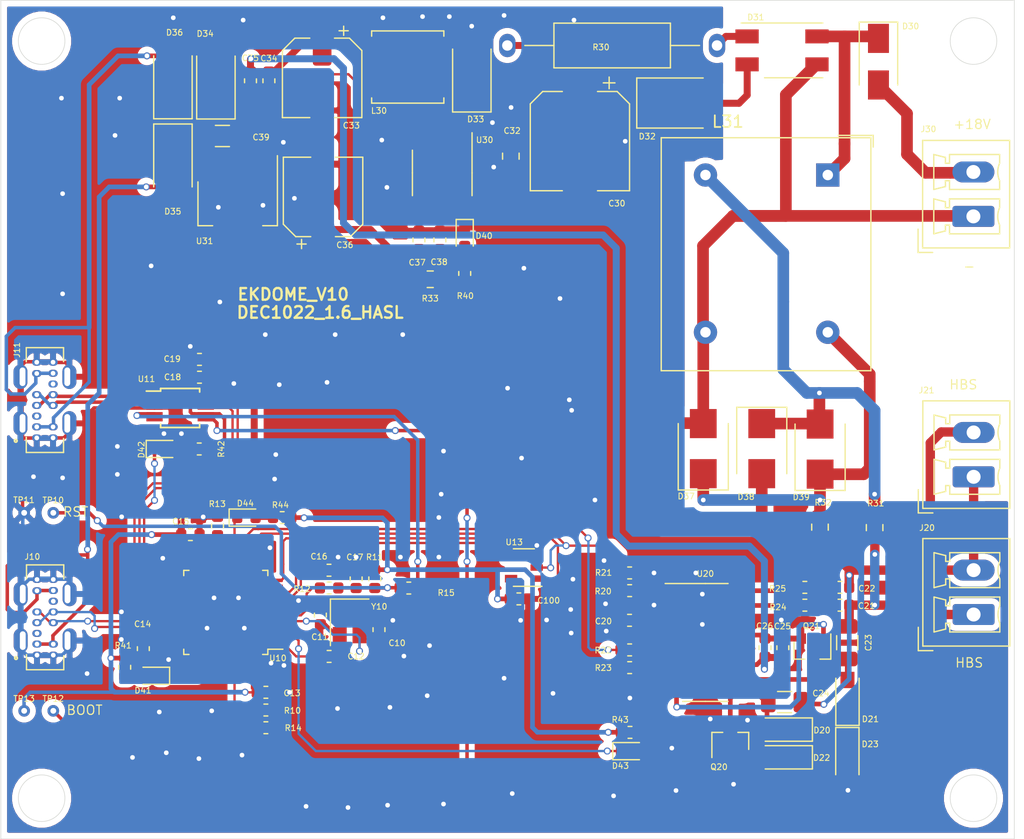
<source format=kicad_pcb>
(kicad_pcb (version 20171130) (host pcbnew "(5.1.5)-3")
  (layers (0 F.Cu signal) (31 B.Cu signal) (34 B.Paste user) (35 F.Paste user) (36 B.SilkS user) (37 F.SilkS user) (38 B.Mask user) (39 F.Mask user) (44 Edge.Cuts user))
  (net 0 "")
  (net 1 GND)
  (net 2 "Net-(C10-Pad1)")
  (net 3 "Net-(C11-Pad1)")
  (net 4 "Net-(C12-Pad1)")
  (net 5 VCC)
  (net 6 "Net-(C20-Pad2)")
  (net 7 "Net-(C20-Pad1)")
  (net 8 "Net-(C21-Pad2)")
  (net 9 "Net-(C21-Pad1)")
  (net 10 "Net-(C22-Pad1)")
  (net 11 "Net-(C22-Pad2)")
  (net 12 "Net-(C23-Pad2)")
  (net 13 "Net-(C24-Pad2)")
  (net 14 "Net-(C30-Pad1)")
  (net 15 /+5V)
  (net 16 "Net-(C36-Pad1)")
  (net 17 "Net-(C39-Pad2)")
  (net 18 "Net-(D20-Pad1)")
  (net 19 "Net-(D21-Pad1)")
  (net 20 "Net-(D30-Pad2)")
  (net 21 /+18V)
  (net 22 "Net-(D31-Pad3)")
  (net 23 "Net-(D33-Pad1)")
  (net 24 /VBA)
  (net 25 /VBB)
  (net 26 "Net-(D37-Pad1)")
  (net 27 "Net-(D38-Pad1)")
  (net 28 "Net-(D40-Pad2)")
  (net 29 /LPU)
  (net 30 "Net-(D41-Pad2)")
  (net 31 "Net-(D42-Pad2)")
  (net 32 /LPR)
  (net 33 /LPH)
  (net 34 "Net-(D43-Pad2)")
  (net 35 "Net-(D44-Pad2)")
  (net 36 /LRN)
  (net 37 /UDM)
  (net 38 /UDP)
  (net 39 "Net-(J10-PadB5)")
  (net 40 "Net-(J10-PadA5)")
  (net 41 "Net-(J11-PadA5)")
  (net 42 /U2P)
  (net 43 /U2M)
  (net 44 "Net-(J11-PadB5)")
  (net 45 "Net-(Q20-Pad1)")
  (net 46 "Net-(Q21-Pad1)")
  (net 47 /BOOT0)
  (net 48 /NRST)
  (net 49 /BOOT1)
  (net 50 /RX2)
  (net 51 "Net-(R20-Pad1)")
  (net 52 /EN)
  (net 53 "Net-(R22-Pad1)")
  (net 54 "Net-(R23-Pad1)")
  (net 55 /TX2)
  (net 56 "Net-(R24-Pad2)")
  (net 57 "Net-(R25-Pad2)")
  (net 58 "Net-(U10-Pad45)")
  (net 59 "Net-(U10-Pad43)")
  (net 60 "Net-(U10-Pad42)")
  (net 61 "Net-(U10-Pad41)")
  (net 62 "Net-(U10-Pad34)")
  (net 63 /TX1)
  (net 64 /RX1)
  (net 65 "Net-(U10-Pad29)")
  (net 66 "Net-(U10-Pad28)")
  (net 67 "Net-(U10-Pad27)")
  (net 68 "Net-(U10-Pad26)")
  (net 69 /RX3)
  (net 70 /TX3)
  (net 71 /RX4)
  (net 72 /TX4)
  (net 73 "Net-(U10-Pad11)")
  (net 74 "Net-(U10-Pad4)")
  (net 75 "Net-(U10-Pad3)")
  (net 76 "Net-(U11-Pad5)")
  (net 77 "Net-(U20-Pad2)")
  (net 78 "Net-(U30-Pad4)")
  (net 79 "Net-(D31-Pad1)")
  (net 80 "Net-(U10-Pad40)")
  (net 81 "Net-(U10-Pad39)")
  (net 82 /CRST)
  (net 83 "Net-(R14-Pad2)")
  (net 84 "Net-(R15-Pad2)")
  (net 85 "Net-(U10-Pad46)")
  (net 86 "Net-(U10-Pad37)")
  (net 87 /CFT)
  (net 88 "Net-(U10-Pad16)")
  (net 89 "Net-(U10-Pad14)")
  (module kicad_footprint_general:C_0603_1608Metric (layer F.Cu) (at 132.46 132.03 90)
    (fp_text reference C10 (at -1.15 1.55 180) (layer F.SilkS) (effects (font (size 0.5 0.5) (thickness 0.08))))
    (fp_text value 18pF)
    (pad 2 smd roundrect (at 0.7875 0 90) (size 0.875 0.95) (layers F.Cu F.Paste F.Mask) (net 1 GND))
    (pad 1 smd roundrect (at -0.7875 0 90) (size 0.875 0.95) (layers F.Cu F.Paste F.Mask) (net 2 "Net-(C10-Pad1)"))
  )
  (module kicad_footprint_general:C_0603_1608Metric (layer F.Cu) (at 127.43 130.78 270)
    (fp_text reference C11 (at 1.88 0.05 180) (layer F.SilkS) (effects (font (size 0.5 0.5) (thickness 0.08))))
    (fp_text value 18pF)
    (pad 1 smd roundrect (at -0.7875 0 270) (size 0.875 0.95) (layers F.Cu F.Paste F.Mask) (net 3 "Net-(C11-Pad1)"))
    (pad 2 smd roundrect (at 0.7875 0 270) (size 0.875 0.95) (layers F.Cu F.Paste F.Mask) (net 1 GND))
  )
  (module kicad_footprint_general:C_0603_1608Metric (layer F.Cu) (at 128.18 134.33)
    (fp_text reference C12 (at 2.31 -0.01) (layer F.SilkS) (effects (font (size 0.5 0.5) (thickness 0.08))))
    (fp_text value 100nF)
    (pad 2 smd roundrect (at 0.7875 0) (size 0.875 0.95) (layers F.Cu F.Paste F.Mask) (net 1 GND))
    (pad 1 smd roundrect (at -0.7875 0) (size 0.875 0.95) (layers F.Cu F.Paste F.Mask) (net 4 "Net-(C12-Pad1)"))
  )
  (module kicad_footprint_general:C_0603_1608Metric (layer F.Cu) (at 122.75 137.41 180)
    (fp_text reference C13 (at -2.25 -0.07) (layer F.SilkS) (effects (font (size 0.5 0.5) (thickness 0.08))))
    (fp_text value 100nF)
    (pad 2 smd roundrect (at 0.7875 0 180) (size 0.875 0.95) (layers F.Cu F.Paste F.Mask) (net 5 VCC))
    (pad 1 smd roundrect (at -0.7875 0 180) (size 0.875 0.95) (layers F.Cu F.Paste F.Mask) (net 1 GND))
  )
  (module kicad_footprint_general:C_0603_1608Metric (layer F.Cu) (at 112.23 133.66 90)
    (fp_text reference C14 (at 2.11 -0.06 180) (layer F.SilkS) (effects (font (size 0.5 0.5) (thickness 0.08))))
    (fp_text value 100nF)
    (pad 1 smd roundrect (at -0.7875 0 90) (size 0.875 0.95) (layers F.Cu F.Paste F.Mask) (net 5 VCC))
    (pad 2 smd roundrect (at 0.7875 0 90) (size 0.875 0.95) (layers F.Cu F.Paste F.Mask) (net 1 GND))
  )
  (module kicad_footprint_general:C_0603_1608Metric (layer F.Cu) (at 116.27 123.87 180)
    (fp_text reference C15 (at 0.83 1.13) (layer F.SilkS) (effects (font (size 0.5 0.5) (thickness 0.08))))
    (fp_text value 100nF)
    (pad 1 smd roundrect (at -0.7875 0 180) (size 0.875 0.95) (layers F.Cu F.Paste F.Mask) (net 1 GND))
    (pad 2 smd roundrect (at 0.7875 0 180) (size 0.875 0.95) (layers F.Cu F.Paste F.Mask) (net 5 VCC))
  )
  (module kicad_footprint_general:C_0603_1608Metric (layer F.Cu) (at 128.17 126.93 180)
    (fp_text reference C16 (at 0.86 1.18) (layer F.SilkS) (effects (font (size 0.5 0.5) (thickness 0.08))))
    (fp_text value 100nF)
    (pad 2 smd roundrect (at 0.7875 0 180) (size 0.875 0.95) (layers F.Cu F.Paste F.Mask) (net 5 VCC))
    (pad 1 smd roundrect (at -0.7875 0 180) (size 0.875 0.95) (layers F.Cu F.Paste F.Mask) (net 1 GND))
  )
  (module kicad_footprint_general:C_0603_1608Metric (layer F.Cu) (at 130.5 127.67 90)
    (fp_text reference C17 (at 1.86 -0.11 180) (layer F.SilkS) (effects (font (size 0.5 0.5) (thickness 0.08))))
    (fp_text value 100nF)
    (pad 2 smd roundrect (at 0.7875 0 90) (size 0.875 0.95) (layers F.Cu F.Paste F.Mask) (net 1 GND))
    (pad 1 smd roundrect (at -0.7875 0 90) (size 0.875 0.95) (layers F.Cu F.Paste F.Mask) (net 82 /CRST))
  )
  (module kicad_footprint_general:C_0603_1608Metric (layer F.Cu) (at 117.05 110.36 180)
    (fp_text reference C18 (at 2.31 0.01) (layer F.SilkS) (effects (font (size 0.5 0.5) (thickness 0.08))))
    (fp_text value 100nF)
    (pad 2 smd roundrect (at 0.7875 0 180) (size 0.875 0.95) (layers F.Cu F.Paste F.Mask) (net 1 GND))
    (pad 1 smd roundrect (at -0.7875 0 180) (size 0.875 0.95) (layers F.Cu F.Paste F.Mask) (net 5 VCC))
  )
  (module kicad_footprint_general:C_0603_1608Metric (layer F.Cu) (at 117.05 108.83 180)
    (fp_text reference C19 (at 2.34 0.04) (layer F.SilkS) (effects (font (size 0.5 0.5) (thickness 0.08))))
    (fp_text value 1uF)
    (pad 1 smd roundrect (at -0.7875 0 180) (size 0.875 0.95) (layers F.Cu F.Paste F.Mask) (net 5 VCC))
    (pad 2 smd roundrect (at 0.7875 0 180) (size 0.875 0.95) (layers F.Cu F.Paste F.Mask) (net 1 GND))
  )
  (module kicad_footprint_general:C_0603_1608Metric (layer F.Cu) (at 153.97 131.23 180)
    (fp_text reference C20 (at 2.24 -0.08) (layer F.SilkS) (effects (font (size 0.5 0.5) (thickness 0.08))))
    (fp_text value 100nF)
    (pad 2 smd roundrect (at 0.7875 0 180) (size 0.875 0.95) (layers F.Cu F.Paste F.Mask) (net 6 "Net-(C20-Pad2)"))
    (pad 1 smd roundrect (at -0.7875 0 180) (size 0.875 0.95) (layers F.Cu F.Paste F.Mask) (net 7 "Net-(C20-Pad1)"))
  )
  (module kicad_footprint_general:C_0603_1608Metric (layer F.Cu) (at 172.04 129.93 180)
    (fp_text reference C21 (at -2.27 -0.06) (layer F.SilkS) (effects (font (size 0.5 0.5) (thickness 0.08))))
    (fp_text value 22nF)
    (pad 2 smd roundrect (at 0.7875 0 180) (size 0.875 0.95) (layers F.Cu F.Paste F.Mask) (net 8 "Net-(C21-Pad2)"))
    (pad 1 smd roundrect (at -0.7875 0 180) (size 0.875 0.95) (layers F.Cu F.Paste F.Mask) (net 9 "Net-(C21-Pad1)"))
  )
  (module kicad_footprint_general:C_0603_1608Metric (layer F.Cu) (at 172.04 128.4 180)
    (fp_text reference C22 (at -2.3 -0.1) (layer F.SilkS) (effects (font (size 0.5 0.5) (thickness 0.08))))
    (fp_text value 22nF)
    (pad 1 smd roundrect (at -0.7875 0 180) (size 0.875 0.95) (layers F.Cu F.Paste F.Mask) (net 10 "Net-(C22-Pad1)"))
    (pad 2 smd roundrect (at 0.7875 0 180) (size 0.875 0.95) (layers F.Cu F.Paste F.Mask) (net 11 "Net-(C22-Pad2)"))
  )
  (module kicad_footprint_general:CP_Elec_8x6.5 (layer F.Cu) (at 149.71 90.09 270)
    (fp_text reference C30 (at 5.35 -3.17 180) (layer F.SilkS) (effects (font (size 0.5 0.5) (thickness 0.08))))
    (fp_text value 47uF)
    (pad 2 smd roundrect (at 3.05 0 270) (size 4 2.5) (layers F.Cu F.Paste F.Mask) (roundrect_rratio 0.1) (net 1 GND))
    (pad 1 smd roundrect (at -3.05 0 270) (size 4 2.5) (layers F.Cu F.Paste F.Mask) (roundrect_rratio 0.1) (net 14 "Net-(C30-Pad1)"))
  )
  (module kicad_footprint_general:C_0805_2012Metric (layer F.Cu) (at 143.78 91.3825 270)
    (fp_text reference C32 (at -2.18 -0.11 180) (layer F.SilkS) (effects (font (size 0.5 0.5) (thickness 0.08))))
    (fp_text value 1uF)
    (pad 1 smd roundrect (at -0.9375 0 270) (size 0.975 1.4) (layers F.Cu F.Paste F.Mask) (net 14 "Net-(C30-Pad1)"))
    (pad 2 smd roundrect (at 0.9375 0 270) (size 0.975 1.4) (layers F.Cu F.Paste F.Mask) (net 1 GND))
  )
  (module kicad_footprint_general:CP_Elec_6.3x5.4 (layer F.Cu) (at 127.58 84.66 270)
    (fp_text reference C33 (at 4.09 -2.51 180) (layer F.SilkS) (effects (font (size 0.5 0.5) (thickness 0.08))))
    (fp_text value 220uF)
    (pad 1 smd roundrect (at -2.8 0 270) (size 3.5 1.6) (layers F.Cu F.Paste F.Mask) (roundrect_rratio 0.15625) (net 15 /+5V))
    (pad 2 smd roundrect (at 2.8 0 270) (size 3.5 1.6) (layers F.Cu F.Paste F.Mask) (roundrect_rratio 0.15625) (net 1 GND))
  )
  (module kicad_footprint_general:C_0603_1608Metric (layer F.Cu) (at 123.01 84.91 270)
    (fp_text reference C34 (at -1.93 0 180) (layer F.SilkS) (effects (font (size 0.5 0.5) (thickness 0.08))))
    (fp_text value 100nF)
    (pad 1 smd roundrect (at -0.7875 0 270) (size 0.875 0.95) (layers F.Cu F.Paste F.Mask) (net 15 /+5V))
    (pad 2 smd roundrect (at 0.7875 0 270) (size 0.875 0.95) (layers F.Cu F.Paste F.Mask) (net 1 GND))
  )
  (module kicad_footprint_general:C_0603_1608Metric (layer F.Cu) (at 121.43 84.91 270)
    (fp_text reference C35 (at -1.95 0.01 180) (layer F.SilkS) (effects (font (size 0.5 0.5) (thickness 0.08))))
    (fp_text value 1uF)
    (pad 1 smd roundrect (at -0.7875 0 270) (size 0.875 0.95) (layers F.Cu F.Paste F.Mask) (net 15 /+5V))
    (pad 2 smd roundrect (at 0.7875 0 270) (size 0.875 0.95) (layers F.Cu F.Paste F.Mask) (net 1 GND))
  )
  (module kicad_footprint_general:CP_Elec_6.3x5.4 (layer F.Cu) (at 127.66 94.88 90)
    (fp_text reference C36 (at -4.13 1.87 180) (layer F.SilkS) (effects (font (size 0.5 0.5) (thickness 0.08))))
    (fp_text value 220uF)
    (pad 2 smd roundrect (at 2.8 0 90) (size 3.5 1.6) (layers F.Cu F.Paste F.Mask) (roundrect_rratio 0.15625) (net 1 GND))
    (pad 1 smd roundrect (at -2.8 0 90) (size 3.5 1.6) (layers F.Cu F.Paste F.Mask) (roundrect_rratio 0.15625) (net 16 "Net-(C36-Pad1)"))
  )
  (module kicad_footprint_general:C_0603_1608Metric (layer F.Cu) (at 135.89 98.57 90)
    (fp_text reference C37 (at -1.94 -0.15 180) (layer F.SilkS) (effects (font (size 0.5 0.5) (thickness 0.08))))
    (fp_text value 1uF)
    (pad 2 smd roundrect (at 0.7875 0 90) (size 0.875 0.95) (layers F.Cu F.Paste F.Mask) (net 1 GND))
    (pad 1 smd roundrect (at -0.7875 0 90) (size 0.875 0.95) (layers F.Cu F.Paste F.Mask) (net 16 "Net-(C36-Pad1)"))
  )
  (module kicad_footprint_general:C_0603_1608Metric (layer F.Cu) (at 137.69 98.57 90)
    (fp_text reference C38 (at -1.9 -0.07 180) (layer F.SilkS) (effects (font (size 0.5 0.5) (thickness 0.08))))
    (fp_text value 100nF)
    (pad 1 smd roundrect (at -0.7875 0 90) (size 0.875 0.95) (layers F.Cu F.Paste F.Mask) (net 16 "Net-(C36-Pad1)"))
    (pad 2 smd roundrect (at 0.7875 0 90) (size 0.875 0.95) (layers F.Cu F.Paste F.Mask) (net 1 GND))
  )
  (module kicad_footprint_general:C_1206_3216Metric (layer F.Cu) (at 119.02 89.65 180)
    (fp_text reference C39 (at -3.32 -0.11) (layer F.SilkS) (effects (font (size 0.5 0.5) (thickness 0.08))))
    (fp_text value 22uF)
    (pad 1 smd roundrect (at -1.4 0 180) (size 1.25 1.75) (layers F.Cu F.Paste F.Mask) (roundrect_rratio 0.2) (net 1 GND))
    (pad 2 smd roundrect (at 1.4 0 180) (size 1.25 1.75) (layers F.Cu F.Paste F.Mask) (roundrect_rratio 0.2) (net 17 "Net-(C39-Pad2)"))
  )
  (module kicad_footprint_general:D_SOD-123F (layer F.Cu) (at 167.27 140.61 180)
    (fp_text reference D20 (at -3.22 -0.06) (layer F.SilkS) (effects (font (size 0.5 0.5) (thickness 0.08))))
    (fp_text value 3.9V)
    (pad 1 smd rect (at -1.5 0 180) (size 1.4 1.2) (layers F.Cu F.Paste F.Mask) (net 18 "Net-(D20-Pad1)"))
    (pad 2 smd rect (at 1.5 0 180) (size 1.4 1.2) (layers F.Cu F.Paste F.Mask) (net 13 "Net-(C24-Pad2)"))
  )
  (module kicad_footprint_general:D_SOD-123F (layer F.Cu) (at 172.68 137.85 90)
    (fp_text reference D21 (at -1.86 1.97 180) (layer F.SilkS) (effects (font (size 0.5 0.5) (thickness 0.08))))
    (fp_text value 3.9V)
    (pad 2 smd rect (at 1.5 0 90) (size 1.4 1.2) (layers F.Cu F.Paste F.Mask) (net 12 "Net-(C23-Pad2)"))
    (pad 1 smd rect (at -1.5 0 90) (size 1.4 1.2) (layers F.Cu F.Paste F.Mask) (net 19 "Net-(D21-Pad1)"))
  )
  (module kicad_footprint_general:D_SOD-123F (layer F.Cu) (at 167.27 142.99 180)
    (fp_text reference D22 (at -3.19 -0.04) (layer F.SilkS) (effects (font (size 0.5 0.5) (thickness 0.08))))
    (fp_text value 3.9V)
    (pad 2 smd rect (at 1.5 0 180) (size 1.4 1.2) (layers F.Cu F.Paste F.Mask) (net 1 GND))
    (pad 1 smd rect (at -1.5 0 180) (size 1.4 1.2) (layers F.Cu F.Paste F.Mask) (net 18 "Net-(D20-Pad1)"))
  )
  (module kicad_footprint_general:D_SOD-123F (layer F.Cu) (at 172.67 142.83 270)
    (fp_text reference D23 (at -0.97 -1.96 180) (layer F.SilkS) (effects (font (size 0.5 0.5) (thickness 0.08))))
    (fp_text value 3.9V)
    (pad 1 smd rect (at -1.5 0 270) (size 1.4 1.2) (layers F.Cu F.Paste F.Mask) (net 19 "Net-(D21-Pad1)"))
    (pad 2 smd rect (at 1.5 0 270) (size 1.4 1.2) (layers F.Cu F.Paste F.Mask) (net 1 GND))
  )
  (module kicad_footprint_general:D_SMA (layer F.Cu) (at 175.34 83.27 270)
    (fp_text reference D30 (at -3.04 -2.76 180) (layer F.SilkS) (effects (font (size 0.5 0.5) (thickness 0.08))))
    (fp_text value SS14)
    (pad 2 smd rect (at 2 0 270) (size 2.5 1.8) (layers F.Cu F.Paste F.Mask) (net 20 "Net-(D30-Pad2)"))
    (pad 1 smd rect (at -2 0 270) (size 2.5 1.8) (layers F.Cu F.Paste F.Mask) (net 21 /+18V))
  )
  (module kicad_footprint_general:D_SMB (layer F.Cu) (at 158.14 86.82)
    (fp_text reference D32 (at -2.65 2.87) (layer F.SilkS) (effects (font (size 0.5 0.5) (thickness 0.08))))
    (fp_text value SAMBJ28A)
    (pad 1 smd rect (at -2.15 0) (size 2.5 2.3) (layers F.Cu F.Paste F.Mask) (net 14 "Net-(C30-Pad1)"))
    (pad 2 smd rect (at 2.15 0) (size 2.5 2.3) (layers F.Cu F.Paste F.Mask) (net 1 GND))
  )
  (module kicad_footprint_general:D_SMA (layer F.Cu) (at 140.43 84.19 90)
    (fp_text reference D33 (at -4.02 0.33 180) (layer F.SilkS) (effects (font (size 0.5 0.5) (thickness 0.08))))
    (fp_text value SS14)
    (pad 1 smd rect (at -2 0 90) (size 2.5 1.8) (layers F.Cu F.Paste F.Mask) (net 23 "Net-(D33-Pad1)"))
    (pad 2 smd rect (at 2 0 90) (size 2.5 1.8) (layers F.Cu F.Paste F.Mask) (net 1 GND))
  )
  (module kicad_footprint_general:D_SMA (layer F.Cu) (at 118.46 84.79 90)
    (fp_text reference D34 (at 3.92 -0.92 180) (layer F.SilkS) (effects (font (size 0.5 0.5) (thickness 0.08))))
    (fp_text value SS14)
    (pad 1 smd rect (at -2 0 90) (size 2.5 1.8) (layers F.Cu F.Paste F.Mask) (net 17 "Net-(C39-Pad2)"))
    (pad 2 smd rect (at 2 0 90) (size 2.5 1.8) (layers F.Cu F.Paste F.Mask) (net 15 /+5V))
  )
  (module kicad_footprint_general:D_SMA (layer F.Cu) (at 114.77 92.02 270)
    (fp_text reference D35 (at 4.11 0.01 180) (layer F.SilkS) (effects (font (size 0.5 0.5) (thickness 0.08))))
    (fp_text value SS14)
    (pad 2 smd rect (at 2 0 270) (size 2.5 1.8) (layers F.Cu F.Paste F.Mask) (net 24 /VBA))
    (pad 1 smd rect (at -2 0 270) (size 2.5 1.8) (layers F.Cu F.Paste F.Mask) (net 17 "Net-(C39-Pad2)"))
  )
  (module kicad_footprint_general:D_SMA (layer F.Cu) (at 114.77 84.77 90)
    (fp_text reference D36 (at 4 0.14 180) (layer F.SilkS) (effects (font (size 0.5 0.5) (thickness 0.08))))
    (fp_text value SS14)
    (pad 2 smd rect (at 2 0 90) (size 2.5 1.8) (layers F.Cu F.Paste F.Mask) (net 25 /VBB))
    (pad 1 smd rect (at -2 0 90) (size 2.5 1.8) (layers F.Cu F.Paste F.Mask) (net 17 "Net-(C39-Pad2)"))
  )
  (module kicad_footprint_general:D_SMB (layer F.Cu) (at 160.3 116.49 90)
    (fp_text reference D37 (at -4.09 -1.47 180) (layer F.SilkS) (effects (font (size 0.5 0.5) (thickness 0.08))))
    (fp_text value SMBJ24CA)
    (pad 2 smd rect (at 2.15 0 90) (size 2.5 2.3) (layers F.Cu F.Paste F.Mask) (net 22 "Net-(D31-Pad3)"))
    (pad 1 smd rect (at -2.15 0 90) (size 2.5 2.3) (layers F.Cu F.Paste F.Mask) (net 26 "Net-(D37-Pad1)"))
  )
  (module kicad_footprint_general:D_SMB (layer F.Cu) (at 165.32 116.49 270)
    (fp_text reference D38 (at 4.14 1.35 180) (layer F.SilkS) (effects (font (size 0.5 0.5) (thickness 0.08))))
    (fp_text value SMBJ24CA)
    (pad 1 smd rect (at -2.15 0 270) (size 2.5 2.3) (layers F.Cu F.Paste F.Mask) (net 27 "Net-(D38-Pad1)"))
    (pad 2 smd rect (at 2.15 0 270) (size 2.5 2.3) (layers F.Cu F.Paste F.Mask) (net 22 "Net-(D31-Pad3)"))
  )
  (module kicad_footprint_general:D_SMB (layer F.Cu) (at 170.33 116.53 90)
    (fp_text reference D39 (at -4.12 -1.62 180) (layer F.SilkS) (effects (font (size 0.5 0.5) (thickness 0.08))))
    (fp_text value SMBJ24CA)
    (pad 2 smd rect (at 2.15 0 90) (size 2.5 2.3) (layers F.Cu F.Paste F.Mask) (net 27 "Net-(D38-Pad1)"))
    (pad 1 smd rect (at -2.15 0 90) (size 2.5 2.3) (layers F.Cu F.Paste F.Mask) (net 26 "Net-(D37-Pad1)"))
  )
  (module kicad_footprint_general:LED_0603_1608Metric (layer F.Cu) (at 139.82 98.3 270)
    (fp_text reference D40 (at -0.07 -1.66 180) (layer F.SilkS) (effects (font (size 0.5 0.5) (thickness 0.08))))
    (fp_text value RED hide)
    (pad 1 smd roundrect (at -0.7875 0 270) (size 0.875 0.95) (layers F.Cu F.Paste F.Mask) (net 1 GND))
    (pad 2 smd roundrect (at 0.7875 0 270) (size 0.875 0.95) (layers F.Cu F.Paste F.Mask) (net 28 "Net-(D40-Pad2)"))
  )
  (module kicad_footprint_general:LED_0603_1608Metric (layer F.Cu) (at 113 135.99 180)
    (fp_text reference D41 (at 0.8 -1.26) (layer F.SilkS) (effects (font (size 0.5 0.5) (thickness 0.08))))
    (fp_text value RED hide)
    (pad 1 smd roundrect (at -0.7875 0 180) (size 0.875 0.95) (layers F.Cu F.Paste F.Mask) (net 29 /LPU))
    (pad 2 smd roundrect (at 0.7875 0 180) (size 0.875 0.95) (layers F.Cu F.Paste F.Mask) (net 30 "Net-(D41-Pad2)"))
  )
  (module kicad_footprint_general:LED_0603_1608Metric (layer F.Cu) (at 113.96 116.52)
    (fp_text reference D42 (at -1.89 0.06 270) (layer F.SilkS) (effects (font (size 0.5 0.5) (thickness 0.08))))
    (fp_text value RED hide)
    (pad 2 smd roundrect (at 0.7875 0) (size 0.875 0.95) (layers F.Cu F.Paste F.Mask) (net 31 "Net-(D42-Pad2)"))
    (pad 1 smd roundrect (at -0.7875 0) (size 0.875 0.95) (layers F.Cu F.Paste F.Mask) (net 32 /LPR))
  )
  (module kicad_footprint_general:LED_0603_1608Metric (layer F.Cu) (at 154.02 142.46)
    (fp_text reference D43 (at -0.83 1.26) (layer F.SilkS) (effects (font (size 0.5 0.5) (thickness 0.08))))
    (fp_text value RED hide)
    (pad 1 smd roundrect (at -0.7875 0) (size 0.875 0.95) (layers F.Cu F.Paste F.Mask) (net 33 /LPH))
    (pad 2 smd roundrect (at 0.7875 0) (size 0.875 0.95) (layers F.Cu F.Paste F.Mask) (net 34 "Net-(D43-Pad2)"))
  )
  (module kicad_footprint_general:LED_0603_1608Metric (layer F.Cu) (at 121.08 122.41)
    (fp_text reference D44 (at -0.09 -1.22) (layer F.SilkS) (effects (font (size 0.5 0.5) (thickness 0.08))))
    (fp_text value RED hide)
    (pad 2 smd roundrect (at 0.7875 0) (size 0.875 0.95) (layers F.Cu F.Paste F.Mask) (net 35 "Net-(D44-Pad2)"))
    (pad 1 smd roundrect (at -0.7875 0) (size 0.875 0.95) (layers F.Cu F.Paste F.Mask) (net 36 /LRN))
  )
  (module kicad_footprint_general:USB_C_Receptacle_14Pin (layer F.Cu) (at 103.8 130.97 90)
    (fp_text reference J10 (at 5.2 -1.1 180) (layer F.SilkS) (effects (font (size 0.5 0.5) (thickness 0.08))))
    (fp_text value USB_P)
    (pad S3 thru_hole oval (at 2 1.92 180) (size 1.2 2.1) (drill oval 0.5 1.6 (offset -0.18 0)) (layers *.Cu *.Mask) (net 1 GND))
    (pad S2 thru_hole oval (at 2 -1.92 180) (size 1.2 2.1) (drill oval 0.5 1.6 (offset 0.18 0)) (layers *.Cu *.Mask) (net 1 GND))
    (pad S4 thru_hole oval (at -2 1.92 180) (size 1.2 2.1) (drill oval 0.5 1.6 (offset -0.18 0)) (layers *.Cu *.Mask) (net 1 GND))
    (pad B12 thru_hole oval (at -3.25 0.7 90) (size 0.6 0.8) (drill 0.4) (layers *.Cu *.Mask) (net 1 GND))
    (pad B9 thru_hole oval (at -2.3 0.7 90) (size 0.6 0.8) (drill 0.4) (layers *.Cu *.Mask) (net 24 /VBA))
    (pad B7 thru_hole oval (at -0.46 0.7 90) (size 0.6 0.8) (drill 0.4) (layers *.Cu *.Mask) (net 37 /UDM))
    (pad B6 thru_hole oval (at 0.46 0.7 90) (size 0.6 0.8) (drill 0.4) (layers *.Cu *.Mask) (net 38 /UDP))
    (pad B5 thru_hole oval (at 1.38 0.7 90) (size 0.6 0.8) (drill 0.4) (layers *.Cu *.Mask) (net 39 "Net-(J10-PadB5)"))
    (pad B4 thru_hole oval (at 2.3 0.7 90) (size 0.6 0.8) (drill 0.4) (layers *.Cu *.Mask) (net 24 /VBA))
    (pad B1 thru_hole oval (at 3.25 0.7 90) (size 0.6 0.8) (drill 0.4) (layers *.Cu *.Mask) (net 1 GND))
    (pad A9 thru_hole oval (at 2.28 -0.7 90) (size 0.6 0.8) (drill 0.4) (layers *.Cu *.Mask) (net 24 /VBA))
    (pad A12 thru_hole oval (at 3.25 -0.7 90) (size 0.6 0.8) (drill 0.4) (layers *.Cu *.Mask) (net 1 GND))
    (pad A7 thru_hole oval (at 0.46 -0.7 90) (size 0.6 0.8) (drill 0.4) (layers *.Cu *.Mask) (net 37 /UDM))
    (pad A6 thru_hole oval (at -0.46 -0.7 90) (size 0.6 0.8) (drill 0.4) (layers *.Cu *.Mask) (net 38 /UDP))
    (pad A5 thru_hole oval (at -1.38 -0.7 90) (size 0.6 0.8) (drill 0.4) (layers *.Cu *.Mask) (net 40 "Net-(J10-PadA5)"))
    (pad A4 thru_hole oval (at -2.3 -0.7 90) (size 0.6 0.8) (drill 0.4) (layers *.Cu *.Mask) (net 24 /VBA))
    (pad A1 thru_hole oval (at -3.25 -0.7 90) (size 0.6 0.8) (drill 0.4) (layers *.Cu *.Mask) (net 1 GND))
    (pad S1 thru_hole oval (at -2 -1.92 180) (size 1.2 2.1) (drill oval 0.5 1.6 (offset 0.18 0)) (layers *.Cu *.Mask) (net 1 GND))
  )
  (module kicad_footprint_general:USB_C_Receptacle_14Pin (layer F.Cu) (at 103.78 112.32 90)
    (fp_text reference J11 (at 4.3 -2.4 90) (layer F.SilkS) (effects (font (size 0.5 0.5) (thickness 0.08))))
    (fp_text value DBG)
    (pad S1 thru_hole oval (at -2 -1.92 180) (size 1.2 2.1) (drill oval 0.5 1.6 (offset 0.18 0)) (layers *.Cu *.Mask) (net 1 GND))
    (pad A1 thru_hole oval (at -3.25 -0.7 90) (size 0.6 0.8) (drill 0.4) (layers *.Cu *.Mask) (net 1 GND))
    (pad A4 thru_hole oval (at -2.3 -0.7 90) (size 0.6 0.8) (drill 0.4) (layers *.Cu *.Mask) (net 25 /VBB))
    (pad A5 thru_hole oval (at -1.38 -0.7 90) (size 0.6 0.8) (drill 0.4) (layers *.Cu *.Mask) (net 41 "Net-(J11-PadA5)"))
    (pad A6 thru_hole oval (at -0.46 -0.7 90) (size 0.6 0.8) (drill 0.4) (layers *.Cu *.Mask) (net 42 /U2P))
    (pad A7 thru_hole oval (at 0.46 -0.7 90) (size 0.6 0.8) (drill 0.4) (layers *.Cu *.Mask) (net 43 /U2M))
    (pad A12 thru_hole oval (at 3.25 -0.7 90) (size 0.6 0.8) (drill 0.4) (layers *.Cu *.Mask) (net 1 GND))
    (pad A9 thru_hole oval (at 2.28 -0.7 90) (size 0.6 0.8) (drill 0.4) (layers *.Cu *.Mask) (net 25 /VBB))
    (pad B1 thru_hole oval (at 3.25 0.7 90) (size 0.6 0.8) (drill 0.4) (layers *.Cu *.Mask) (net 1 GND))
    (pad B4 thru_hole oval (at 2.3 0.7 90) (size 0.6 0.8) (drill 0.4) (layers *.Cu *.Mask) (net 25 /VBB))
    (pad B5 thru_hole oval (at 1.38 0.7 90) (size 0.6 0.8) (drill 0.4) (layers *.Cu *.Mask) (net 44 "Net-(J11-PadB5)"))
    (pad B6 thru_hole oval (at 0.46 0.7 90) (size 0.6 0.8) (drill 0.4) (layers *.Cu *.Mask) (net 42 /U2P))
    (pad B7 thru_hole oval (at -0.46 0.7 90) (size 0.6 0.8) (drill 0.4) (layers *.Cu *.Mask) (net 43 /U2M))
    (pad B9 thru_hole oval (at -2.3 0.7 90) (size 0.6 0.8) (drill 0.4) (layers *.Cu *.Mask) (net 25 /VBB))
    (pad B12 thru_hole oval (at -3.25 0.7 90) (size 0.6 0.8) (drill 0.4) (layers *.Cu *.Mask) (net 1 GND))
    (pad S4 thru_hole oval (at -2 1.92 180) (size 1.2 2.1) (drill oval 0.5 1.6 (offset -0.18 0)) (layers *.Cu *.Mask) (net 1 GND))
    (pad S2 thru_hole oval (at 2 -1.92 180) (size 1.2 2.1) (drill oval 0.5 1.6 (offset 0.18 0)) (layers *.Cu *.Mask) (net 1 GND))
    (pad S3 thru_hole oval (at 2 1.92 180) (size 1.2 2.1) (drill oval 0.5 1.6 (offset -0.18 0)) (layers *.Cu *.Mask) (net 1 GND))
  )
  (module kicad_footprint_general:PhoenixContact_MCV_1,5_2-G-3.81_1x02_P3.81mm_Vertical (layer F.Cu) (at 183.51 130.73 90)
    (fp_text reference J20 (at 7.44 -4 180) (layer F.SilkS) (effects (font (size 0.5 0.5) (thickness 0.08))))
    (fp_text value HBS)
    (pad 2 thru_hole oval (at 3.81 0 90) (size 1.8 3.6) (drill 1.2) (layers *.Cu *.Mask) (net 10 "Net-(C22-Pad1)"))
    (pad 1 thru_hole roundrect (at 0 0 90) (size 1.8 3.6) (drill 1.2) (layers *.Cu *.Mask) (roundrect_rratio 0.138889) (net 9 "Net-(C21-Pad1)"))
  )
  (module kicad_footprint_general:PhoenixContact_MCV_1,5_2-G-3.81_1x02_P3.81mm_Vertical (layer F.Cu) (at 183.49 96.55 90)
    (fp_text reference J30 (at 7.49 -3.86 180) (layer F.SilkS) (effects (font (size 0.5 0.5) (thickness 0.08))))
    (fp_text value POWER)
    (pad 1 thru_hole roundrect (at 0 0 90) (size 1.8 3.6) (drill 1.2) (layers *.Cu *.Mask) (roundrect_rratio 0.138889) (net 22 "Net-(D31-Pad3)"))
    (pad 2 thru_hole oval (at 3.81 0 90) (size 1.8 3.6) (drill 1.2) (layers *.Cu *.Mask) (net 20 "Net-(D30-Pad2)"))
  )
  (module kicad_footprint_general:L_Bourns_SRN6045TA (layer F.Cu) (at 134.93 83.73)
    (fp_text reference L30 (at -2.47 3.75) (layer F.SilkS) (effects (font (size 0.5 0.5) (thickness 0.08))))
    (fp_text value 68uH)
    (pad 2 smd rect (at 2.075 0) (size 2.35 5.1) (layers F.Cu F.Paste F.Mask) (net 23 "Net-(D33-Pad1)"))
    (pad 1 smd rect (at -2.075 0) (size 2.35 5.1) (layers F.Cu F.Paste F.Mask) (net 15 /+5V))
  )
  (module kicad_footprint_general:SOT-23 (layer F.Cu) (at 162.62 141.61 270)
    (fp_text reference Q20 (at 2.21 0.97) (layer F.SilkS) (effects (font (size 0.5 0.5) (thickness 0.08))))
    (fp_text value SS8050)
    (pad 1 smd rect (at 1 0.95 90) (size 0.9 0.8) (layers F.Cu F.Paste F.Mask) (net 45 "Net-(Q20-Pad1)"))
    (pad 2 smd rect (at 1 -0.95 90) (size 0.9 0.8) (layers F.Cu F.Paste F.Mask) (net 1 GND))
    (pad 3 smd rect (at -1 0 90) (size 0.9 0.8) (layers F.Cu F.Paste F.Mask) (net 13 "Net-(C24-Pad2)"))
  )
  (module kicad_footprint_general:SOT-23 (layer F.Cu) (at 169.67 133.8 90)
    (fp_text reference Q21 (at 2.08 -0.08) (layer F.SilkS) (effects (font (size 0.5 0.5) (thickness 0.08))))
    (fp_text value SS8050)
    (pad 3 smd rect (at -1 0 270) (size 0.9 0.8) (layers F.Cu F.Paste F.Mask) (net 12 "Net-(C23-Pad2)"))
    (pad 2 smd rect (at 1 -0.95 270) (size 0.9 0.8) (layers F.Cu F.Paste F.Mask) (net 1 GND))
    (pad 1 smd rect (at 1 0.95 270) (size 0.9 0.8) (layers F.Cu F.Paste F.Mask) (net 46 "Net-(Q21-Pad1)"))
  )
  (module kicad_footprint_general:R_0603_1608Metric (layer F.Cu) (at 122.75 138.93 180)
    (fp_text reference R10 (at -2.28 -0.05) (layer F.SilkS) (effects (font (size 0.5 0.5) (thickness 0.08))))
    (fp_text value 10k hide)
    (pad 2 smd roundrect (at 0.7875 0 180) (size 0.875 0.95) (layers F.Cu F.Paste F.Mask) (net 47 /BOOT0))
    (pad 1 smd roundrect (at -0.7875 0 180) (size 0.875 0.95) (layers F.Cu F.Paste F.Mask) (net 1 GND))
  )
  (module kicad_footprint_general:R_0603_1608Metric (layer F.Cu) (at 132.1 127.67 90)
    (fp_text reference R11 (at 1.87 -0.02 180) (layer F.SilkS) (effects (font (size 0.5 0.5) (thickness 0.08))))
    (fp_text value 10k hide)
    (pad 1 smd roundrect (at -0.7875 0 90) (size 0.875 0.95) (layers F.Cu F.Paste F.Mask) (net 82 /CRST))
    (pad 2 smd roundrect (at 0.7875 0 90) (size 0.875 0.95) (layers F.Cu F.Paste F.Mask) (net 5 VCC))
  )
  (module kicad_footprint_general:R_0603_1608Metric (layer F.Cu) (at 128.18 128.45 180)
    (fp_text reference R12 (at 2.33 -0.09) (layer F.SilkS) (effects (font (size 0.5 0.5) (thickness 0.08))))
    (fp_text value 100R hide)
    (pad 1 smd roundrect (at -0.7875 0 180) (size 0.875 0.95) (layers F.Cu F.Paste F.Mask) (net 82 /CRST))
    (pad 2 smd roundrect (at 0.7875 0 180) (size 0.875 0.95) (layers F.Cu F.Paste F.Mask) (net 48 /NRST))
  )
  (module kicad_footprint_general:R_0603_1608Metric (layer F.Cu) (at 118.6 123.13 90)
    (fp_text reference R13 (at 1.89 -0.02 180) (layer F.SilkS) (effects (font (size 0.5 0.5) (thickness 0.08))))
    (fp_text value 10k hide)
    (pad 1 smd roundrect (at -0.7875 0 90) (size 0.875 0.95) (layers F.Cu F.Paste F.Mask) (net 49 /BOOT1))
    (pad 2 smd roundrect (at 0.7875 0 90) (size 0.875 0.95) (layers F.Cu F.Paste F.Mask) (net 1 GND))
  )
  (module kicad_footprint_general:R_0603_1608Metric (layer F.Cu) (at 153.98 128.68 180)
    (fp_text reference R20 (at 2.28 -0.06) (layer F.SilkS) (effects (font (size 0.5 0.5) (thickness 0.08))))
    (fp_text value 1.5k hide)
    (pad 2 smd roundrect (at 0.7875 0 180) (size 0.875 0.95) (layers F.Cu F.Paste F.Mask) (net 50 /RX2))
    (pad 1 smd roundrect (at -0.7875 0 180) (size 0.875 0.95) (layers F.Cu F.Paste F.Mask) (net 51 "Net-(R20-Pad1)"))
  )
  (module kicad_footprint_general:R_0603_1608Metric (layer F.Cu) (at 153.98 127.16 180)
    (fp_text reference R21 (at 2.24 0.02) (layer F.SilkS) (effects (font (size 0.5 0.5) (thickness 0.08))))
    (fp_text value 3k hide)
    (pad 1 smd roundrect (at -0.7875 0 180) (size 0.875 0.95) (layers F.Cu F.Paste F.Mask) (net 1 GND))
    (pad 2 smd roundrect (at 0.7875 0 180) (size 0.875 0.95) (layers F.Cu F.Paste F.Mask) (net 50 /RX2))
  )
  (module kicad_footprint_general:R_0603_1608Metric (layer F.Cu) (at 153.98 133.77 180)
    (fp_text reference R22 (at 2.28 -0.04) (layer F.SilkS) (effects (font (size 0.5 0.5) (thickness 0.08))))
    (fp_text value 0R hide)
    (pad 2 smd roundrect (at 0.7875 0 180) (size 0.875 0.95) (layers F.Cu F.Paste F.Mask) (net 52 /EN))
    (pad 1 smd roundrect (at -0.7875 0 180) (size 0.875 0.95) (layers F.Cu F.Paste F.Mask) (net 53 "Net-(R22-Pad1)"))
  )
  (module kicad_footprint_general:R_0603_1608Metric (layer F.Cu) (at 153.98 135.29 180)
    (fp_text reference R23 (at 2.26 -0.02) (layer F.SilkS) (effects (font (size 0.5 0.5) (thickness 0.08))))
    (fp_text value 0R hide)
    (pad 1 smd roundrect (at -0.7875 0 180) (size 0.875 0.95) (layers F.Cu F.Paste F.Mask) (net 54 "Net-(R23-Pad1)"))
    (pad 2 smd roundrect (at 0.7875 0 180) (size 0.875 0.95) (layers F.Cu F.Paste F.Mask) (net 55 /TX2))
  )
  (module kicad_footprint_general:R_0603_1608Metric (layer F.Cu) (at 169.02 129.93 180)
    (fp_text reference R24 (at 2.3 -0.17) (layer F.SilkS) (effects (font (size 0.5 0.5) (thickness 0.08))))
    (fp_text value 33k hide)
    (pad 1 smd roundrect (at -0.7875 0 180) (size 0.875 0.95) (layers F.Cu F.Paste F.Mask) (net 8 "Net-(C21-Pad2)"))
    (pad 2 smd roundrect (at 0.7875 0 180) (size 0.875 0.95) (layers F.Cu F.Paste F.Mask) (net 56 "Net-(R24-Pad2)"))
  )
  (module kicad_footprint_general:R_0603_1608Metric (layer F.Cu) (at 169.02 128.4 180)
    (fp_text reference R25 (at 2.34 -0.11) (layer F.SilkS) (effects (font (size 0.5 0.5) (thickness 0.08))))
    (fp_text value 33k hide)
    (pad 2 smd roundrect (at 0.7875 0 180) (size 0.875 0.95) (layers F.Cu F.Paste F.Mask) (net 57 "Net-(R25-Pad2)"))
    (pad 1 smd roundrect (at -0.7875 0 180) (size 0.875 0.95) (layers F.Cu F.Paste F.Mask) (net 11 "Net-(C22-Pad2)"))
  )
  (module kicad_footprint_general:R_Axial_DIN0411_L9.9mm_D3.6mm_P18mm_Horizontal (layer F.Cu) (at 161.48 81.88 180)
    (fp_text reference R30 (at 9.96 -0.15) (layer F.SilkS) (effects (font (size 0.5 0.5) (thickness 0.08))))
    (fp_text value 15R)
    (pad 2 thru_hole oval (at 18 0 180) (size 1.4 2) (drill 0.9) (layers *.Cu *.Mask) (net 14 "Net-(C30-Pad1)"))
    (pad 1 thru_hole oval (at 0 0 180) (size 1.4 2) (drill 0.9) (layers *.Cu *.Mask) (net 79 "Net-(D31-Pad1)"))
  )
  (module kicad_footprint_general:R_0805_2012Metric (layer F.Cu) (at 175.01 123.27 90)
    (fp_text reference R31 (at 2.08 0.1 180) (layer F.SilkS) (effects (font (size 0.5 0.5) (thickness 0.08))))
    (fp_text value 0R hide)
    (pad 2 smd roundrect (at 0.9375 0 90) (size 0.975 1.4) (layers F.Cu F.Paste F.Mask) (net 27 "Net-(D38-Pad1)"))
    (pad 1 smd roundrect (at -0.9375 0 90) (size 0.975 1.4) (layers F.Cu F.Paste F.Mask) (net 9 "Net-(C21-Pad1)"))
  )
  (module kicad_footprint_general:R_0805_2012Metric (layer F.Cu) (at 170.32 123.23 90)
    (fp_text reference R32 (at 2.11 0.27 180) (layer F.SilkS) (effects (font (size 0.5 0.5) (thickness 0.08))))
    (fp_text value 0R hide)
    (pad 1 smd roundrect (at -0.9375 0 90) (size 0.975 1.4) (layers F.Cu F.Paste F.Mask) (net 10 "Net-(C22-Pad1)"))
    (pad 2 smd roundrect (at 0.9375 0 90) (size 0.975 1.4) (layers F.Cu F.Paste F.Mask) (net 26 "Net-(D37-Pad1)"))
  )
  (module kicad_footprint_general:R_0805_2012Metric (layer F.Cu) (at 136.86 101.95 180)
    (fp_text reference R33 (at 0 -1.65) (layer F.SilkS) (effects (font (size 0.5 0.5) (thickness 0.08))))
    (fp_text value 0R hide)
    (pad 1 smd roundrect (at -0.9375 0 180) (size 0.975 1.4) (layers F.Cu F.Paste F.Mask) (net 5 VCC))
    (pad 2 smd roundrect (at 0.9375 0 180) (size 0.975 1.4) (layers F.Cu F.Paste F.Mask) (net 16 "Net-(C36-Pad1)"))
  )
  (module kicad_footprint_general:R_0603_1608Metric (layer F.Cu) (at 139.82 101.45 90)
    (fp_text reference R40 (at -1.93 0.05 180) (layer F.SilkS) (effects (font (size 0.5 0.5) (thickness 0.08))))
    (fp_text value 5.1k hide)
    (pad 2 smd roundrect (at 0.7875 0 90) (size 0.875 0.95) (layers F.Cu F.Paste F.Mask) (net 28 "Net-(D40-Pad2)"))
    (pad 1 smd roundrect (at -0.7875 0 90) (size 0.875 0.95) (layers F.Cu F.Paste F.Mask) (net 5 VCC))
  )
  (module kicad_footprint_general:R_0603_1608Metric (layer F.Cu) (at 110.63 135.26 270)
    (fp_text reference R41 (at -1.87 0.13 180) (layer F.SilkS) (effects (font (size 0.5 0.5) (thickness 0.08))))
    (fp_text value 5.1k hide)
    (pad 1 smd roundrect (at -0.7875 0 270) (size 0.875 0.95) (layers F.Cu F.Paste F.Mask) (net 5 VCC))
    (pad 2 smd roundrect (at 0.7875 0 270) (size 0.875 0.95) (layers F.Cu F.Paste F.Mask) (net 30 "Net-(D41-Pad2)"))
  )
  (module kicad_footprint_general:R_0603_1608Metric (layer F.Cu) (at 117.03 116.52 180)
    (fp_text reference R42 (at -1.8875 -0.01 270) (layer F.SilkS) (effects (font (size 0.5 0.5) (thickness 0.08))))
    (fp_text value 5.1k hide)
    (pad 2 smd roundrect (at 0.7875 0 180) (size 0.875 0.95) (layers F.Cu F.Paste F.Mask) (net 31 "Net-(D42-Pad2)"))
    (pad 1 smd roundrect (at -0.7875 0 180) (size 0.875 0.95) (layers F.Cu F.Paste F.Mask) (net 5 VCC))
  )
  (module kicad_footprint_general:R_0603_1608Metric (layer F.Cu) (at 154.01 140.85)
    (fp_text reference R43 (at -0.84 -1.09) (layer F.SilkS) (effects (font (size 0.5 0.5) (thickness 0.08))))
    (fp_text value 5.1k hide)
    (pad 2 smd roundrect (at 0.7875 0) (size 0.875 0.95) (layers F.Cu F.Paste F.Mask) (net 34 "Net-(D43-Pad2)"))
    (pad 1 smd roundrect (at -0.7875 0) (size 0.875 0.95) (layers F.Cu F.Paste F.Mask) (net 5 VCC))
  )
  (module kicad_footprint_general:R_0603_1608Metric (layer F.Cu) (at 124.15 122.41 180)
    (fp_text reference R44 (at 0.15 1.08) (layer F.SilkS) (effects (font (size 0.5 0.5) (thickness 0.08))))
    (fp_text value 5.1k hide)
    (pad 2 smd roundrect (at 0.7875 0 180) (size 0.875 0.95) (layers F.Cu F.Paste F.Mask) (net 35 "Net-(D44-Pad2)"))
    (pad 1 smd roundrect (at -0.7875 0 180) (size 0.875 0.95) (layers F.Cu F.Paste F.Mask) (net 5 VCC))
  )
  (module kicad_footprint_general:TestPoint_THTPad_D1.0mm_Drill0.5mm (layer F.Cu) (at 104.5 122)
    (fp_text reference TP10 (at -0.01 -1.08) (layer F.SilkS) (effects (font (size 0.5 0.5) (thickness 0.08))))
    (fp_text value NRST)
    (pad 1 thru_hole circle (at 0 0) (size 1 1) (drill 0.5) (layers *.Cu *.Mask) (net 82 /CRST))
  )
  (module kicad_footprint_general:TestPoint_THTPad_D1.0mm_Drill0.5mm (layer F.Cu) (at 102 122)
    (fp_text reference TP11 (at -0.02 -1.1) (layer F.SilkS) (effects (font (size 0.5 0.5) (thickness 0.08))))
    (fp_text value GND)
    (pad 1 thru_hole circle (at 0 0) (size 1 1) (drill 0.5) (layers *.Cu *.Mask) (net 1 GND))
  )
  (module kicad_footprint_general:TestPoint_THTPad_D1.0mm_Drill0.5mm (layer F.Cu) (at 104.5 139)
    (fp_text reference TP12 (at -0.01 -1.04) (layer F.SilkS) (effects (font (size 0.5 0.5) (thickness 0.08))))
    (fp_text value BOOT)
    (pad 1 thru_hole circle (at 0 0) (size 1 1) (drill 0.5) (layers *.Cu *.Mask) (net 47 /BOOT0))
  )
  (module kicad_footprint_general:TestPoint_THTPad_D1.0mm_Drill0.5mm (layer F.Cu) (at 102 139)
    (fp_text reference TP13 (at -0.01 -1.04) (layer F.SilkS) (effects (font (size 0.5 0.5) (thickness 0.08))))
    (fp_text value VCC)
    (pad 1 thru_hole circle (at 0 0) (size 1 1) (drill 0.5) (layers *.Cu *.Mask) (net 5 VCC))
  )
  (module kicad_footprint_general:LQFP-48_7x7mm_P0.5mm (layer F.Cu) (at 119.31 130.55 180)
    (fp_text reference U10 (at -4.47 -3.93) (layer F.SilkS) (effects (font (size 0.5 0.5) (thickness 0.08))))
    (fp_text value CH32V203C8T6)
    (pad 48 smd roundrect (at -2.75 -4.1625 180) (size 0.3 1.475) (layers F.Cu F.Paste F.Mask) (net 1 GND))
    (pad 47 smd roundrect (at -2.25 -4.1625 180) (size 0.3 1.475) (layers F.Cu F.Paste F.Mask) (net 5 VCC))
    (pad 46 smd roundrect (at -1.75 -4.1625 180) (size 0.3 1.475) (layers F.Cu F.Paste F.Mask) (net 85 "Net-(U10-Pad46)"))
    (pad 45 smd roundrect (at -1.25 -4.1625 180) (size 0.3 1.475) (layers F.Cu F.Paste F.Mask) (net 58 "Net-(U10-Pad45)"))
    (pad 44 smd roundrect (at -0.75 -4.1625 180) (size 0.3 1.475) (layers F.Cu F.Paste F.Mask) (net 47 /BOOT0))
    (pad 43 smd roundrect (at -0.25 -4.1625 180) (size 0.3 1.475) (layers F.Cu F.Paste F.Mask) (net 59 "Net-(U10-Pad43)"))
    (pad 42 smd roundrect (at 0.25 -4.1625 180) (size 0.3 1.475) (layers F.Cu F.Paste F.Mask) (net 60 "Net-(U10-Pad42)"))
    (pad 41 smd roundrect (at 0.75 -4.1625 180) (size 0.3 1.475) (layers F.Cu F.Paste F.Mask) (net 61 "Net-(U10-Pad41)"))
    (pad 40 smd roundrect (at 1.25 -4.1625 180) (size 0.3 1.475) (layers F.Cu F.Paste F.Mask) (net 80 "Net-(U10-Pad40)"))
    (pad 39 smd roundrect (at 1.75 -4.1625 180) (size 0.3 1.475) (layers F.Cu F.Paste F.Mask) (net 81 "Net-(U10-Pad39)"))
    (pad 38 smd roundrect (at 2.25 -4.1625 180) (size 0.3 1.475) (layers F.Cu F.Paste F.Mask) (net 29 /LPU))
    (pad 37 smd roundrect (at 2.75 -4.1625 180) (size 0.3 1.475) (layers F.Cu F.Paste F.Mask) (net 86 "Net-(U10-Pad37)"))
    (pad 36 smd roundrect (at 4.1625 -2.75 180) (size 1.475 0.3) (layers F.Cu F.Paste F.Mask) (net 5 VCC))
    (pad 35 smd roundrect (at 4.1625 -2.25 180) (size 1.475 0.3) (layers F.Cu F.Paste F.Mask) (net 1 GND))
    (pad 34 smd roundrect (at 4.1625 -1.75 180) (size 1.475 0.3) (layers F.Cu F.Paste F.Mask) (net 62 "Net-(U10-Pad34)"))
    (pad 33 smd roundrect (at 4.1625 -1.25 180) (size 1.475 0.3) (layers F.Cu F.Paste F.Mask) (net 38 /UDP))
    (pad 32 smd roundrect (at 4.1625 -0.75 180) (size 1.475 0.3) (layers F.Cu F.Paste F.Mask) (net 37 /UDM))
    (pad 31 smd roundrect (at 4.1625 -0.25 180) (size 1.475 0.3) (layers F.Cu F.Paste F.Mask) (net 64 /RX1))
    (pad 30 smd roundrect (at 4.1625 0.25 180) (size 1.475 0.3) (layers F.Cu F.Paste F.Mask) (net 63 /TX1))
    (pad 29 smd roundrect (at 4.1625 0.75 180) (size 1.475 0.3) (layers F.Cu F.Paste F.Mask) (net 65 "Net-(U10-Pad29)"))
    (pad 28 smd roundrect (at 4.1625 1.25 180) (size 1.475 0.3) (layers F.Cu F.Paste F.Mask) (net 66 "Net-(U10-Pad28)"))
    (pad 27 smd roundrect (at 4.1625 1.75 180) (size 1.475 0.3) (layers F.Cu F.Paste F.Mask) (net 67 "Net-(U10-Pad27)"))
    (pad 26 smd roundrect (at 4.1625 2.25 180) (size 1.475 0.3) (layers F.Cu F.Paste F.Mask) (net 68 "Net-(U10-Pad26)"))
    (pad 25 smd roundrect (at 4.1625 2.75 180) (size 1.475 0.3) (layers F.Cu F.Paste F.Mask) (net 32 /LPR))
    (pad 24 smd roundrect (at 2.75 4.1625 180) (size 0.3 1.475) (layers F.Cu F.Paste F.Mask) (net 5 VCC))
    (pad 23 smd roundrect (at 2.25 4.1625 180) (size 0.3 1.475) (layers F.Cu F.Paste F.Mask) (net 1 GND))
    (pad 22 smd roundrect (at 1.75 4.1625 180) (size 0.3 1.475) (layers F.Cu F.Paste F.Mask) (net 69 /RX3))
    (pad 21 smd roundrect (at 1.25 4.1625 180) (size 0.3 1.475) (layers F.Cu F.Paste F.Mask) (net 70 /TX3))
    (pad 20 smd roundrect (at 0.75 4.1625 180) (size 0.3 1.475) (layers F.Cu F.Paste F.Mask) (net 49 /BOOT1))
    (pad 19 smd roundrect (at 0.25 4.1625 180) (size 0.3 1.475) (layers F.Cu F.Paste F.Mask) (net 71 /RX4))
    (pad 18 smd roundrect (at -0.25 4.1625 180) (size 0.3 1.475) (layers F.Cu F.Paste F.Mask) (net 72 /TX4))
    (pad 17 smd roundrect (at -0.75 4.1625 180) (size 0.3 1.475) (layers F.Cu F.Paste F.Mask) (net 36 /LRN))
    (pad 16 smd roundrect (at -1.25 4.1625 180) (size 0.3 1.475) (layers F.Cu F.Paste F.Mask) (net 88 "Net-(U10-Pad16)"))
    (pad 15 smd roundrect (at -1.75 4.1625 180) (size 0.3 1.475) (layers F.Cu F.Paste F.Mask) (net 52 /EN))
    (pad 14 smd roundrect (at -2.25 4.1625 180) (size 0.3 1.475) (layers F.Cu F.Paste F.Mask) (net 89 "Net-(U10-Pad14)"))
    (pad 13 smd roundrect (at -2.75 4.1625 180) (size 0.3 1.475) (layers F.Cu F.Paste F.Mask) (net 50 /RX2))
    (pad 12 smd roundrect (at -4.1625 2.75 180) (size 1.475 0.3) (layers F.Cu F.Paste F.Mask) (net 55 /TX2))
    (pad 11 smd roundrect (at -4.1625 2.25 180) (size 1.475 0.3) (layers F.Cu F.Paste F.Mask) (net 73 "Net-(U10-Pad11)"))
    (pad 10 smd roundrect (at -4.1625 1.75 180) (size 1.475 0.3) (layers F.Cu F.Paste F.Mask) (net 87 /CFT))
    (pad 9 smd roundrect (at -4.1625 1.25 180) (size 1.475 0.3) (layers F.Cu F.Paste F.Mask) (net 5 VCC))
    (pad 8 smd roundrect (at -4.1625 0.75 180) (size 1.475 0.3) (layers F.Cu F.Paste F.Mask) (net 1 GND))
    (pad 7 smd roundrect (at -4.1625 0.25 180) (size 1.475 0.3) (layers F.Cu F.Paste F.Mask) (net 48 /NRST))
    (pad 6 smd roundrect (at -4.1625 -0.25 180) (size 1.475 0.3) (layers F.Cu F.Paste F.Mask) (net 3 "Net-(C11-Pad1)"))
    (pad 5 smd roundrect (at -4.1625 -0.75 180) (size 1.475 0.3) (layers F.Cu F.Paste F.Mask) (net 2 "Net-(C10-Pad1)"))
    (pad 4 smd roundrect (at -4.1625 -1.25 180) (size 1.475 0.3) (layers F.Cu F.Paste F.Mask) (net 74 "Net-(U10-Pad4)"))
    (pad 3 smd roundrect (at -4.1625 -1.75 180) (size 1.475 0.3) (layers F.Cu F.Paste F.Mask) (net 75 "Net-(U10-Pad3)"))
    (pad 2 smd roundrect (at -4.1625 -2.25 180) (size 1.475 0.3) (layers F.Cu F.Paste F.Mask) (net 33 /LPH))
    (pad 1 smd roundrect (at -4.1625 -2.75 180) (size 1.475 0.3) (layers F.Cu F.Paste F.Mask) (net 4 "Net-(C12-Pad1)"))
  )
  (module kicad_footprint_general:MSOP-10_3x3mm_P0.5mm (layer F.Cu) (at 115.39 113 270)
    (fp_text reference U11 (at -2.49 2.89) (layer F.SilkS) (effects (font (size 0.5 0.5) (thickness 0.08))))
    (fp_text value CH340E)
    (pad 10 smd rect (at -1 -2.2) (size 1.4 0.3) (layers F.Cu F.Paste F.Mask) (net 5 VCC))
    (pad 9 smd rect (at -0.5 -2.2) (size 1.4 0.3) (layers F.Cu F.Paste F.Mask) (net 63 /TX1))
    (pad 8 smd rect (at 0 -2.2) (size 1.4 0.3) (layers F.Cu F.Paste F.Mask) (net 64 /RX1))
    (pad 7 smd rect (at 0.5 -2.2) (size 1.4 0.3) (layers F.Cu F.Paste F.Mask) (net 5 VCC))
    (pad 6 smd rect (at 1 -2.2) (size 1.4 0.3) (layers F.Cu F.Paste F.Mask) (net 83 "Net-(R14-Pad2)"))
    (pad 5 smd rect (at 1 2.2) (size 1.4 0.3) (layers F.Cu F.Paste F.Mask) (net 76 "Net-(U11-Pad5)"))
    (pad 4 smd rect (at 0.5 2.2) (size 1.4 0.3) (layers F.Cu F.Paste F.Mask) (net 84 "Net-(R15-Pad2)"))
    (pad 3 smd rect (at 0 2.2) (size 1.4 0.3) (layers F.Cu F.Paste F.Mask) (net 1 GND))
    (pad 2 smd rect (at -0.5 2.2) (size 1.4 0.3) (layers F.Cu F.Paste F.Mask) (net 43 /U2M))
    (pad 1 smd rect (at -1 2.2) (size 1.4 0.3) (layers F.Cu F.Paste F.Mask) (net 42 /U2P))
  )
  (module kicad_footprint_general:SOIC-16_3.9x9.9mm_P1.27mm (layer F.Cu) (at 160.48 133.13 270)
    (fp_text reference U20 (at -5.9 0) (layer F.SilkS) (effects (font (size 0.5 0.5) (thickness 0.08))))
    (fp_text value MS1192)
    (pad 16 smd roundrect (at -4.445 -2.475) (size 1.95 0.6) (layers F.Cu F.Paste F.Mask) (net 57 "Net-(R25-Pad2)"))
    (pad 15 smd roundrect (at -3.175 -2.475) (size 1.95 0.6) (layers F.Cu F.Paste F.Mask) (net 56 "Net-(R24-Pad2)"))
    (pad 14 smd roundrect (at -1.905 -2.475) (size 1.95 0.6) (layers F.Cu F.Paste F.Mask) (net 1 GND))
    (pad 13 smd roundrect (at -0.635 -2.475) (size 1.95 0.6) (layers F.Cu F.Paste F.Mask) (net 1 GND))
    (pad 12 smd roundrect (at 0.635 -2.475) (size 1.95 0.6) (layers F.Cu F.Paste F.Mask) (net 1 GND))
    (pad 11 smd roundrect (at 1.905 -2.475) (size 1.95 0.6) (layers F.Cu F.Paste F.Mask) (net 15 /+5V))
    (pad 10 smd roundrect (at 3.175 -2.475) (size 1.95 0.6) (layers F.Cu F.Paste F.Mask) (net 12 "Net-(C23-Pad2)"))
    (pad 9 smd roundrect (at 4.445 -2.475) (size 1.95 0.6) (layers F.Cu F.Paste F.Mask) (net 13 "Net-(C24-Pad2)"))
    (pad 8 smd roundrect (at 4.445 2.475) (size 1.95 0.6) (layers F.Cu F.Paste F.Mask) (net 46 "Net-(Q21-Pad1)"))
    (pad 7 smd roundrect (at 3.175 2.475) (size 1.95 0.6) (layers F.Cu F.Paste F.Mask) (net 45 "Net-(Q20-Pad1)"))
    (pad 6 smd roundrect (at 1.905 2.475) (size 1.95 0.6) (layers F.Cu F.Paste F.Mask) (net 54 "Net-(R23-Pad1)"))
    (pad 5 smd roundrect (at 0.635 2.475) (size 1.95 0.6) (layers F.Cu F.Paste F.Mask) (net 53 "Net-(R22-Pad1)"))
    (pad 4 smd roundrect (at -0.635 2.475) (size 1.95 0.6) (layers F.Cu F.Paste F.Mask) (net 6 "Net-(C20-Pad2)"))
    (pad 3 smd roundrect (at -1.905 2.475) (size 1.95 0.6) (layers F.Cu F.Paste F.Mask) (net 7 "Net-(C20-Pad1)"))
    (pad 2 smd roundrect (at -3.175 2.475) (size 1.95 0.6) (layers F.Cu F.Paste F.Mask) (net 77 "Net-(U20-Pad2)"))
    (pad 1 smd roundrect (at -4.445 2.475) (size 1.95 0.6) (layers F.Cu F.Paste F.Mask) (net 51 "Net-(R20-Pad1)"))
  )
  (module kicad_footprint_general:SOIC-8_3.9x4.9mm_P1.27mm (layer F.Cu) (at 137.89 92.82 180)
    (fp_text reference U30 (at -3.64 2.83 180) (layer F.SilkS) (effects (font (size 0.5 0.5) (thickness 0.08))))
    (fp_text value XL1509)
    (pad 1 smd roundrect (at -1.905 2.475 270) (size 1.95 0.6) (layers F.Cu F.Paste F.Mask) (net 14 "Net-(C30-Pad1)"))
    (pad 2 smd roundrect (at -0.635 2.475 270) (size 1.95 0.6) (layers F.Cu F.Paste F.Mask) (net 23 "Net-(D33-Pad1)"))
    (pad 3 smd roundrect (at 0.635 2.475 270) (size 1.95 0.6) (layers F.Cu F.Paste F.Mask) (net 15 /+5V))
    (pad 4 smd roundrect (at 1.905 2.475 270) (size 1.95 0.6) (layers F.Cu F.Paste F.Mask) (net 78 "Net-(U30-Pad4)"))
    (pad 5 smd roundrect (at 1.905 -2.475 270) (size 1.95 0.6) (layers F.Cu F.Paste F.Mask) (net 1 GND))
    (pad 6 smd roundrect (at 0.635 -2.475 270) (size 1.95 0.6) (layers F.Cu F.Paste F.Mask) (net 1 GND))
    (pad 7 smd roundrect (at -0.635 -2.475 270) (size 1.95 0.6) (layers F.Cu F.Paste F.Mask) (net 1 GND))
    (pad 8 smd roundrect (at -1.905 -2.475 270) (size 1.95 0.6) (layers F.Cu F.Paste F.Mask) (net 1 GND))
  )
  (module kicad_footprint_general:SOT-223 (layer F.Cu) (at 120.33 95.44 90)
    (fp_text reference U31 (at -3.23 -2.84) (layer F.SilkS) (effects (font (size 0.5 0.5) (thickness 0.08))))
    (fp_text value AMS1117-3.3)
    (pad 1 smd rect (at 3.15 2.3 270) (size 2 1.5) (layers F.Cu F.Paste F.Mask) (net 1 GND))
    (pad 3 smd rect (at 3.15 -2.3 270) (size 2 1.5) (layers F.Cu F.Paste F.Mask) (net 17 "Net-(C39-Pad2)"))
    (pad 2 smd rect (at 3.15 0 270) (size 2 1.5) (layers F.Cu F.Paste F.Mask) (net 16 "Net-(C36-Pad1)"))
    (pad 4 smd rect (at -3.15 0 270) (size 2 3.8) (layers F.Cu F.Paste F.Mask) (net 16 "Net-(C36-Pad1)"))
  )
  (module kicad_footprint_general:Crystal_SMD_3225-4Pin_3.2x2.5mm (layer F.Cu) (at 129.94 131.4 270)
    (fp_text reference Y10 (at -1.35 -2.54 180) (layer F.SilkS) (effects (font (size 0.5 0.5) (thickness 0.08))))
    (fp_text value 12M)
    (pad 4 smd rect (at -1.1 -0.85 270) (size 1.4 1.2) (layers F.Cu F.Paste F.Mask) (net 1 GND))
    (pad 3 smd rect (at 1.1 -0.85 270) (size 1.4 1.2) (layers F.Cu F.Paste F.Mask) (net 2 "Net-(C10-Pad1)"))
    (pad 2 smd rect (at 1.1 0.85 270) (size 1.4 1.2) (layers F.Cu F.Paste F.Mask) (net 1 GND))
    (pad 1 smd rect (at -1.1 0.85 270) (size 1.4 1.2) (layers F.Cu F.Paste F.Mask) (net 3 "Net-(C11-Pad1)"))
  )
  (module kicad_footprint_general:Diode_Bridge_MB10S (layer F.Cu) (at 167.06 82.3 180)
    (fp_text reference D31 (at 2.25 2.84 180) (layer F.SilkS) (effects (font (size 0.5 0.5) (thickness 0.08))))
    (fp_text value MB10S)
    (pad 4 smd rect (at -3 1.2) (size 2 1.2) (layers F.Cu F.Paste F.Mask) (net 21 /+18V))
    (pad 3 smd rect (at -3 -1.2) (size 2 1.2) (layers F.Cu F.Paste F.Mask) (net 22 "Net-(D31-Pad3)"))
    (pad 2 smd rect (at 3 -1.2) (size 2 1.2) (layers F.Cu F.Paste F.Mask) (net 1 GND))
    (pad 1 smd rect (at 3 1.2) (size 2 1.2) (layers F.Cu F.Paste F.Mask) (net 79 "Net-(D31-Pad1)"))
  )
  (module kicad_footprint_general:Choke_Schaffner_EE4991B-20.0x18.0mm (layer F.Cu) (at 170.99 93 270)
    (fp_text reference L31 (at -4.58 8.58 180) (layer F.SilkS))
    (fp_text value 100mH)
    (pad 3 thru_hole circle (at 13.5 10.5 270) (size 2 2) (drill 0.9) (layers *.Cu *.Mask) (net 22 "Net-(D31-Pad3)"))
    (pad 4 thru_hole circle (at 0 10.5 270) (size 2 2) (drill 0.9) (layers *.Cu *.Mask) (net 27 "Net-(D38-Pad1)"))
    (pad 2 thru_hole circle (at 13.5 0 270) (size 2 2) (drill 0.9) (layers *.Cu *.Mask) (net 26 "Net-(D37-Pad1)"))
    (pad 1 thru_hole rect (at 0 0 270) (size 2 2) (drill 0.9) (layers *.Cu *.Mask) (net 21 /+18V))
  )
  (module kicad_footprint_general:C_0603_1608Metric (layer F.Cu) (at 167.13 133.58 90)
    (fp_text reference C25 (at 1.84 -0.03 180) (layer F.SilkS) (effects (font (size 0.5 0.5) (thickness 0.08))))
    (fp_text value 1uF)
    (pad 2 smd roundrect (at 0.7875 0 90) (size 0.875 0.95) (layers F.Cu F.Paste F.Mask) (net 1 GND))
    (pad 1 smd roundrect (at -0.7875 0 90) (size 0.875 0.95) (layers F.Cu F.Paste F.Mask) (net 15 /+5V))
  )
  (module kicad_footprint_general:C_0603_1608Metric (layer F.Cu) (at 165.6 133.58 90)
    (fp_text reference C26 (at 1.86 -0.03 180) (layer F.SilkS) (effects (font (size 0.5 0.5) (thickness 0.08))))
    (fp_text value 100nF)
    (pad 1 smd roundrect (at -0.7875 0 90) (size 0.875 0.95) (layers F.Cu F.Paste F.Mask) (net 15 /+5V))
    (pad 2 smd roundrect (at 0.7875 0 90) (size 0.875 0.95) (layers F.Cu F.Paste F.Mask) (net 1 GND))
  )
  (module kicad_footprint_general:R_0603_1608Metric (layer F.Cu) (at 122.75 140.45)
    (fp_text reference R14 (at 2.35 0.02) (layer F.SilkS) (effects (font (size 0.5 0.5) (thickness 0.08))))
    (fp_text value NP hide)
    (pad 2 smd roundrect (at 0.7875 0) (size 0.875 0.95) (layers F.Cu F.Paste F.Mask) (net 83 "Net-(R14-Pad2)"))
    (pad 1 smd roundrect (at -0.7875 0) (size 0.875 0.95) (layers F.Cu F.Paste F.Mask) (net 47 /BOOT0))
  )
  (module kicad_footprint_general:R_0603_1608Metric (layer F.Cu) (at 135.02 128.46)
    (fp_text reference R15 (at 3.21 0.41) (layer F.SilkS) (effects (font (size 0.5 0.5) (thickness 0.08))))
    (fp_text value NP hide)
    (pad 1 smd roundrect (at -0.7875 0) (size 0.875 0.95) (layers F.Cu F.Paste F.Mask) (net 82 /CRST))
    (pad 2 smd roundrect (at 0.7875 0) (size 0.875 0.95) (layers F.Cu F.Paste F.Mask) (net 84 "Net-(R15-Pad2)"))
  )
  (module kicad_footprint_general:PhoenixContact_MCV_1,5_2-G-3.81_1x02_P3.81mm_Vertical (layer F.Cu) (at 183.51 118.91 90)
    (fp_text reference J21 (at 7.43 -4.04 180) (layer F.SilkS) (effects (font (size 0.5 0.5) (thickness 0.08))))
    (fp_text value HBS)
    (pad 2 thru_hole oval (at 3.81 0 90) (size 1.8 3.6) (drill 1.2) (layers *.Cu *.Mask) (net 9 "Net-(C21-Pad1)"))
    (pad 1 thru_hole roundrect (at 0 0 90) (size 1.8 3.6) (drill 1.2) (layers *.Cu *.Mask) (roundrect_rratio 0.138889) (net 10 "Net-(C22-Pad1)"))
  )
  (module kicad_footprint_general:SOT-23-5 (layer F.Cu) (at 144.9 126.7 180)
    (fp_text reference U13 (at 0.83 2.18) (layer F.SilkS) (effects (font (size 0.5 0.5) (thickness 0.08))))
    (fp_text value 74LVC1G86)
    (pad 5 smd rect (at 1.1 -0.95 180) (size 1.06 0.65) (layers F.Cu F.Paste F.Mask) (net 5 VCC))
    (pad 4 smd rect (at 1.1 0.95 180) (size 1.06 0.65) (layers F.Cu F.Paste F.Mask) (net 87 /CFT))
    (pad 3 smd rect (at -1.1 0.95 180) (size 1.06 0.55) (layers F.Cu F.Paste F.Mask) (net 1 GND))
    (pad 2 smd rect (at -1.1 0 180) (size 1.06 0.55) (layers F.Cu F.Paste F.Mask) (net 50 /RX2))
    (pad 1 smd rect (at -1.1 -0.95 180) (size 1.06 0.55) (layers F.Cu F.Paste F.Mask) (net 55 /TX2))
  )
  (module kicad_footprint_general:C_0603_1608Metric (layer F.Cu) (at 144.47 129.39 180)
    (fp_text reference C100 (at -2.56 -0.14) (layer F.SilkS) (effects (font (size 0.5 0.5) (thickness 0.08))))
    (fp_text value 100nF)
    (pad 2 smd roundrect (at 0.7875 0 180) (size 0.875 0.95) (layers F.Cu F.Paste F.Mask) (net 5 VCC))
    (pad 1 smd roundrect (at -0.7875 0 180) (size 0.875 0.95) (layers F.Cu F.Paste F.Mask) (net 1 GND))
  )
  (module kicad_footprint_general:C_1206_3216Metric (layer F.Cu) (at 172.66 133.15 270)
    (fp_text reference C23 (at 0 -1.82 90) (layer F.SilkS) (effects (font (size 0.5 0.5) (thickness 0.08))))
    (fp_text value 10uF)
    (pad 1 smd roundrect (at -1.4 0 270) (size 1.25 1.75) (layers F.Cu F.Paste F.Mask) (roundrect_rratio 0.2) (net 9 "Net-(C21-Pad1)"))
    (pad 2 smd roundrect (at 1.4 0 270) (size 1.25 1.75) (layers F.Cu F.Paste F.Mask) (roundrect_rratio 0.2) (net 12 "Net-(C23-Pad2)"))
  )
  (module kicad_footprint_general:C_1206_3216Metric (layer F.Cu) (at 167.28 138.25 180)
    (fp_text reference C24 (at -3.12 0.75) (layer F.SilkS) (effects (font (size 0.5 0.5) (thickness 0.08))))
    (fp_text value 10uF)
    (pad 2 smd roundrect (at 1.4 0 180) (size 1.25 1.75) (layers F.Cu F.Paste F.Mask) (roundrect_rratio 0.2) (net 13 "Net-(C24-Pad2)"))
    (pad 1 smd roundrect (at -1.4 0 180) (size 1.25 1.75) (layers F.Cu F.Paste F.Mask) (roundrect_rratio 0.2) (net 10 "Net-(C22-Pad1)"))
  )
  (gr_text +18V (at 183.388 88.646) (layer F.SilkS) (effects (font (size 0.8 0.8) (thickness 0.1))))
  (gr_text - (at 183.134 100.838) (layer F.SilkS) (effects (font (size 0.8 0.8) (thickness 0.1))))
  (gr_text HBS (at 183.134 134.874) (layer F.SilkS) (effects (font (size 0.8 0.8) (thickness 0.1))))
  (gr_text RST (at 106.426 121.92) (layer F.SilkS) (effects (font (size 0.8 0.8) (thickness 0.1))))
  (gr_text BOOT (at 107.188 138.938) (layer F.SilkS) (effects (font (size 0.8 0.8) (thickness 0.1))))
  (gr_text HBS (at 182.626 110.998) (layer F.SilkS) (effects (font (size 0.8 0.8) (thickness 0.1))))
  (gr_circle (center 183.5 146.5) (end 185.5 146.5) (layer Edge.Cuts) (width 0.05))
  (gr_line (start 100 150) (end 187 150) (layer Edge.Cuts) (width 0.05))
  (gr_line (start 187 78) (end 187 150) (layer Edge.Cuts) (width 0.05))
  (gr_circle (center 103.5 81.5) (end 105.5 81.5) (layer Edge.Cuts) (width 0.05))
  (gr_circle (center 183.5 81.5) (end 185.5 81.5) (layer Edge.Cuts) (width 0.05))
  (gr_line (start 100 78) (end 100 150) (layer Edge.Cuts) (width 0.05))
  (gr_text DEC1022_1.6_HASL (at 127.41 104.8) (layer F.SilkS) (effects (font (size 1 1) (thickness 0.2))))
  (gr_text EKDOME_V10 (at 125.1 103.25) (layer F.SilkS) (effects (font (size 1 1) (thickness 0.2))))
  (gr_line (start 100 78) (end 187 78) (layer Edge.Cuts) (width 0.05))
  (gr_circle (center 103.5 146.5) (end 105.5 146.5) (layer Edge.Cuts) (width 0.05))
  (segment (start 135.89 97.7825) (end 137.6325 97.7825) (width 0.6) (layer F.Cu) (net 1))
  (segment (start 137.6325 97.7825) (end 137.715 97.7) (width 0.6) (layer F.Cu) (net 1))
  (segment (start 137.715 97.7) (end 139.62 97.7) (width 0.6) (layer F.Cu) (net 1))
  (segment (start 139.62 97.7) (end 139.83 97.49) (width 0.6) (layer F.Cu) (net 1))
  (segment (start 139.83 97.49) (end 139.83 95.32) (width 0.6) (layer F.Cu) (net 1))
  (segment (start 139.83 95.32) (end 139.81 95.3) (width 0.6) (layer F.Cu) (net 1))
  (segment (start 139.81 95.3) (end 135.97 95.3) (width 0.6) (layer F.Cu) (net 1))
  (segment (start 143.78 92.32) (end 148.91 92.32) (width 0.6) (layer F.Cu) (net 1))
  (segment (start 148.91 92.32) (end 149.61 93.02) (width 0.6) (layer F.Cu) (net 1))
  (segment (start 149.61 93.02) (end 155.55 93.02) (width 0.6) (layer F.Cu) (net 1))
  (segment (start 155.55 93.02) (end 160.26 88.31) (width 0.6) (layer F.Cu) (net 1))
  (segment (start 160.26 88.31) (end 160.26 86.84) (width 0.6) (layer F.Cu) (net 1))
  (segment (start 160.26 86.84) (end 163.37 86.84) (width 0.6) (layer F.Cu) (net 1))
  (segment (start 163.37 86.84) (end 164.07 86.14) (width 0.6) (layer F.Cu) (net 1))
  (segment (start 164.07 86.14) (end 164.07 83.48) (width 0.6) (layer F.Cu) (net 1))
  (via (at 140.42 80.22) (size 0.6) (drill 0.4) (layers F.Cu B.Cu) (net 1))
  (segment (start 140.43 82.19) (end 140.43 80.23) (width 0.6) (layer F.Cu) (net 1))
  (segment (start 140.43 80.23) (end 140.42 80.22) (width 0.6) (layer F.Cu) (net 1))
  (segment (start 140.42 80.22) (end 140.41 80.23) (width 0.6) (layer B.Cu) (net 1))
  (segment (start 140.41 80.23) (end 140.41 91.52) (width 0.6) (layer B.Cu) (net 1))
  (via (at 142.31 92.32) (size 0.6) (drill 0.4) (layers F.Cu B.Cu) (net 1))
  (segment (start 140.41 91.52) (end 141.21 92.32) (width 0.6) (layer B.Cu) (net 1))
  (segment (start 141.21 92.32) (end 142.31 92.32) (width 0.6) (layer B.Cu) (net 1))
  (segment (start 142.31 92.32) (end 143.79 92.32) (width 0.6) (layer F.Cu) (net 1))
  (segment (start 139.795 95.295) (end 142.005 95.295) (width 0.6) (layer F.Cu) (net 1))
  (segment (start 142.31 94.99) (end 142.31 92.32) (width 0.6) (layer F.Cu) (net 1))
  (segment (start 142.005 95.295) (end 142.31 94.99) (width 0.6) (layer F.Cu) (net 1))
  (segment (start 135.985 95.295) (end 134.375 95.295) (width 0.6) (layer F.Cu) (net 1))
  (segment (start 134.375 95.295) (end 133.14 94.06) (width 0.6) (layer F.Cu) (net 1))
  (segment (start 132.9 93.82) (end 132.9 91.91) (width 0.6) (layer F.Cu) (net 1))
  (segment (start 132.9 91.91) (end 132.74 92.07) (width 0.6) (layer F.Cu) (net 1))
  (segment (start 132.74 92.07) (end 127.66 92.07) (width 0.6) (layer F.Cu) (net 1))
  (segment (start 127.66 92.07) (end 127.66 87.55) (width 0.6) (layer F.Cu) (net 1))
  (segment (start 127.66 87.55) (end 127.43 87.32) (width 0.6) (layer F.Cu) (net 1))
  (segment (start 127.43 87.32) (end 127.43 87.21) (width 0.6) (layer F.Cu) (net 1))
  (segment (start 127.43 87.21) (end 124.97 87.21) (width 0.6) (layer F.Cu) (net 1))
  (segment (start 124.97 87.21) (end 123.21 87.21) (width 0.6) (layer F.Cu) (net 1))
  (segment (start 123.21 87.21) (end 123.01 87.01) (width 0.6) (layer F.Cu) (net 1))
  (segment (start 123.01 87.01) (end 123.01 85.74) (width 0.6) (layer F.Cu) (net 1))
  (segment (start 123.01 85.74) (end 121.45 85.74) (width 0.6) (layer F.Cu) (net 1))
  (segment (start 121.45 85.74) (end 121.42 85.71) (width 0.6) (layer F.Cu) (net 1))
  (segment (start 122.63 89.81) (end 122.44 89.62) (width 0.6) (layer F.Cu) (net 1))
  (segment (start 122.44 89.62) (end 120.64 89.62) (width 0.6) (layer F.Cu) (net 1))
  (segment (start 120.64 89.62) (end 121.42 89.62) (width 0.6) (layer F.Cu) (net 1))
  (segment (start 121.42 89.62) (end 121.43 89.61) (width 0.6) (layer F.Cu) (net 1))
  (segment (start 121.43 89.61) (end 121.43 85.7) (width 0.6) (layer F.Cu) (net 1))
  (segment (start 162.955 133.765) (end 162.955 131.255) (width 0.4) (layer F.Cu) (net 1))
  (segment (start 162.955 131.255) (end 162.97 131.24) (width 0.4) (layer F.Cu) (net 1))
  (segment (start 162.955 132.495) (end 165.235 132.495) (width 0.4) (layer F.Cu) (net 1))
  (segment (start 165.235 132.495) (end 165.53 132.79) (width 0.4) (layer F.Cu) (net 1))
  (segment (start 165.53 132.79) (end 168.65 132.79) (width 0.4) (layer F.Cu) (net 1))
  (segment (start 168.65 132.79) (end 168.66 132.78) (width 0.4) (layer F.Cu) (net 1))
  (segment (start 105.7 110.32) (end 105.7 109.24) (width 0.3) (layer F.Cu) (net 1))
  (segment (start 105.7 109.24) (end 105.55 109.09) (width 0.3) (layer F.Cu) (net 1))
  (segment (start 105.55 109.09) (end 103.07 109.09) (width 0.3) (layer F.Cu) (net 1))
  (segment (start 103.07 109.09) (end 103.01 109.03) (width 0.3) (layer F.Cu) (net 1))
  (segment (start 103.01 109.03) (end 102.1 109.03) (width 0.3) (layer F.Cu) (net 1))
  (segment (start 102.1 109.03) (end 101.82 109.31) (width 0.3) (layer F.Cu) (net 1))
  (segment (start 101.82 109.31) (end 101.82 114.28) (width 0.3) (layer F.Cu) (net 1))
  (segment (start 101.82 114.28) (end 101.82 115.55) (width 0.3) (layer F.Cu) (net 1))
  (segment (start 101.82 115.55) (end 101.87 115.55) (width 0.3) (layer F.Cu) (net 1))
  (segment (start 101.87 115.55) (end 101.9 115.58) (width 0.3) (layer F.Cu) (net 1))
  (segment (start 101.9 115.58) (end 104.47 115.58) (width 0.3) (layer F.Cu) (net 1))
  (segment (start 104.47 115.58) (end 104.48 115.57) (width 0.3) (layer F.Cu) (net 1))
  (segment (start 104.48 115.57) (end 105.4 115.57) (width 0.3) (layer F.Cu) (net 1))
  (segment (start 105.4 115.57) (end 105.78 115.19) (width 0.3) (layer F.Cu) (net 1))
  (segment (start 105.78 115.19) (end 105.78 114.31) (width 0.3) (layer F.Cu) (net 1))
  (segment (start 113.19 113) (end 107.99 113) (width 0.3) (layer F.Cu) (net 1))
  (segment (start 107.99 113) (end 107.57 113.42) (width 0.3) (layer F.Cu) (net 1))
  (segment (start 107.57 113.42) (end 107.57 113.98) (width 0.3) (layer F.Cu) (net 1))
  (segment (start 107.57 113.98) (end 107.23 114.32) (width 0.3) (layer F.Cu) (net 1))
  (segment (start 107.23 114.32) (end 105.82 114.32) (width 0.3) (layer F.Cu) (net 1))
  (segment (start 127.43 131.5675) (end 127.8475 131.5675) (width 0.3) (layer F.Cu) (net 1))
  (segment (start 127.8475 131.5675) (end 128.84 132.56) (width 0.3) (layer F.Cu) (net 1))
  (segment (start 128.84 132.56) (end 129.04 132.56) (width 0.3) (layer F.Cu) (net 1))
  (segment (start 129.04 132.56) (end 128.97 132.63) (width 0.3) (layer F.Cu) (net 1))
  (segment (start 128.97 132.63) (end 128.97 134.33) (width 0.3) (layer F.Cu) (net 1))
  (via (at 125.55 129.533926) (size 0.6) (drill 0.4) (layers F.Cu B.Cu) (net 1))
  (segment (start 123.4725 129.8) (end 125.283926 129.8) (width 0.2) (layer F.Cu) (net 1))
  (segment (start 125.283926 129.8) (end 125.55 129.533926) (width 0.2) (layer F.Cu) (net 1))
  (segment (start 125.55 129.533926) (end 125.623926 129.46) (width 0.2) (layer B.Cu) (net 1))
  (segment (start 128.9575 126.93) (end 130.5 126.93) (width 0.2) (layer F.Cu) (net 1))
  (segment (start 130.5 126.93) (end 130.5 126.92) (width 0.2) (layer F.Cu) (net 1))
  (via (at 128.95 125.8) (size 0.6) (drill 0.4) (layers F.Cu B.Cu) (net 1))
  (segment (start 128.9575 126.93) (end 128.9575 125.8075) (width 0.2) (layer F.Cu) (net 1))
  (segment (start 128.9575 125.8075) (end 128.95 125.8) (width 0.2) (layer F.Cu) (net 1))
  (segment (start 122.06 134.7125) (end 122.06 136.2) (width 0.2) (layer F.Cu) (net 1))
  (segment (start 122.06 136.2) (end 122.24 136.38) (width 0.2) (layer F.Cu) (net 1))
  (segment (start 122.24 136.38) (end 123.3 136.38) (width 0.2) (layer F.Cu) (net 1))
  (segment (start 123.3 136.38) (end 123.54 136.62) (width 0.2) (layer F.Cu) (net 1))
  (segment (start 123.54 136.62) (end 123.54 138.9) (width 0.2) (layer F.Cu) (net 1))
  (segment (start 123.54 138.9) (end 123.53 138.91) (width 0.2) (layer F.Cu) (net 1))
  (segment (start 115.1475 132.8) (end 112.31 132.8) (width 0.2) (layer F.Cu) (net 1))
  (segment (start 112.31 132.8) (end 112.23 132.88) (width 0.2) (layer F.Cu) (net 1))
  (segment (start 122.63 92.29) (end 127.45 92.29) (width 0.6) (layer F.Cu) (net 1))
  (segment (start 127.45 92.29) (end 127.74 92) (width 0.6) (layer F.Cu) (net 1))
  (segment (start 113.19 113) (end 114.74 113) (width 0.3) (layer F.Cu) (net 1))
  (segment (start 114.74 113) (end 114.95 112.79) (width 0.3) (layer F.Cu) (net 1))
  (segment (start 114.95 112.79) (end 114.95 110.56) (width 0.3) (layer F.Cu) (net 1))
  (segment (start 114.95 110.56) (end 115.15 110.36) (width 0.3) (layer F.Cu) (net 1))
  (segment (start 115.15 110.36) (end 116.24 110.36) (width 0.3) (layer F.Cu) (net 1))
  (segment (start 116.24 110.36) (end 116.26 110.34) (width 0.3) (layer F.Cu) (net 1))
  (segment (start 116.26 110.34) (end 116.26 108.82) (width 0.3) (layer F.Cu) (net 1))
  (segment (start 117.06 126.3875) (end 117.06 123.89) (width 0.2) (layer F.Cu) (net 1))
  (segment (start 117.06 123.89) (end 117.07 123.88) (width 0.2) (layer F.Cu) (net 1))
  (segment (start 117.0575 123.87) (end 117.0575 122.6625) (width 0.2) (layer F.Cu) (net 1))
  (segment (start 117.0575 122.6625) (end 117.37 122.35) (width 0.2) (layer F.Cu) (net 1))
  (segment (start 117.37 122.35) (end 118.61 122.35) (width 0.2) (layer F.Cu) (net 1))
  (segment (start 101.86 114.32) (end 101.86 121.86) (width 0.3) (layer F.Cu) (net 1))
  (segment (start 101.86 121.86) (end 102 122) (width 0.3) (layer F.Cu) (net 1))
  (segment (start 101.88 128.97) (end 101.88 128.25) (width 0.3) (layer B.Cu) (net 1))
  (segment (start 101.88 128.25) (end 102.43 127.7) (width 0.3) (layer B.Cu) (net 1))
  (segment (start 102.43 127.7) (end 104.45 127.7) (width 0.3) (layer B.Cu) (net 1))
  (segment (start 104.45 127.7) (end 105.95 127.7) (width 0.3) (layer B.Cu) (net 1))
  (segment (start 105.95 127.7) (end 105.95 128.89) (width 0.3) (layer B.Cu) (net 1))
  (segment (start 105.95 128.89) (end 105.86 128.8) (width 0.3) (layer B.Cu) (net 1))
  (segment (start 101.88 128.97) (end 101.88 129.08) (width 0.3) (layer B.Cu) (net 1))
  (segment (start 101.88 129.08) (end 101.71 129.25) (width 0.3) (layer B.Cu) (net 1))
  (segment (start 101.71 129.25) (end 101.71 133.7) (width 0.3) (layer B.Cu) (net 1))
  (segment (start 101.71 133.7) (end 102.23 134.22) (width 0.3) (layer B.Cu) (net 1))
  (segment (start 102.23 134.22) (end 104.61 134.22) (width 0.3) (layer B.Cu) (net 1))
  (segment (start 104.61 134.22) (end 104.62 134.21) (width 0.3) (layer B.Cu) (net 1))
  (segment (start 104.62 134.21) (end 105.27 134.21) (width 0.3) (layer B.Cu) (net 1))
  (segment (start 105.27 134.21) (end 105.84 133.64) (width 0.3) (layer B.Cu) (net 1))
  (segment (start 105.84 133.64) (end 105.84 133.01) (width 0.3) (layer B.Cu) (net 1))
  (segment (start 105.8275 132.8725) (end 105.72 132.98) (width 0.3) (layer F.Cu) (net 1))
  (segment (start 101.88 128.97) (end 101.88 122.07) (width 0.3) (layer B.Cu) (net 1))
  (segment (start 101.88 122.07) (end 101.96 121.99) (width 0.3) (layer B.Cu) (net 1))
  (via (at 124.25 90.19) (size 0.6) (drill 0.4) (layers F.Cu B.Cu) (net 1))
  (segment (start 124.22 90.16) (end 124.25 90.19) (width 0.3) (layer F.Cu) (net 1))
  (segment (start 122.63 90.16) (end 124.22 90.16) (width 0.3) (layer F.Cu) (net 1))
  (segment (start 122.63 90.16) (end 122.63 89.81) (width 0.6) (layer F.Cu) (net 1))
  (segment (start 122.63 92.29) (end 122.63 90.16) (width 0.6) (layer F.Cu) (net 1))
  (segment (start 116.26 108.82) (end 116.26 108.81) (width 0.3) (layer F.Cu) (net 1))
  (segment (start 116.26 98.18) (end 118.67 95.77) (width 0.3) (layer B.Cu) (net 1))
  (via (at 116.26 107.71) (size 0.6) (drill 0.4) (layers F.Cu B.Cu) (net 1))
  (segment (start 116.26 107.71) (end 116.26 108.82) (width 0.3) (layer F.Cu) (net 1))
  (segment (start 116.26 107.71) (end 116.26 98.18) (width 0.3) (layer B.Cu) (net 1))
  (segment (start 130.79 130.3) (end 132.3 130.3) (width 0.3) (layer F.Cu) (net 1))
  (segment (start 132.3 130.3) (end 132.46 130.46) (width 0.3) (layer F.Cu) (net 1))
  (segment (start 132.46 130.46) (end 132.46 131.23) (width 0.3) (layer F.Cu) (net 1))
  (segment (start 132.46 131.23) (end 133.65 131.23) (width 0.3) (layer F.Cu) (net 1))
  (via (at 133.65 131.23) (size 0.6) (drill 0.4) (layers F.Cu B.Cu) (net 1))
  (segment (start 128.9675 134.33) (end 128.9675 136.0475) (width 0.3) (layer F.Cu) (net 1))
  (segment (start 128.9675 136.0475) (end 129.56 136.64) (width 0.3) (layer F.Cu) (net 1))
  (segment (start 129.56 136.64) (end 132.92 136.64) (width 0.3) (layer F.Cu) (net 1))
  (segment (start 133.65 135.91) (end 133.65 131.23) (width 0.3) (layer F.Cu) (net 1))
  (segment (start 132.92 136.64) (end 133.65 135.91) (width 0.3) (layer F.Cu) (net 1))
  (segment (start 126.016074 129.533926) (end 126.02 129.53) (width 0.3) (layer B.Cu) (net 1))
  (segment (start 125.55 129.533926) (end 126.016074 129.533926) (width 0.3) (layer B.Cu) (net 1))
  (segment (start 131.95 129.53) (end 133.65 131.23) (width 0.3) (layer B.Cu) (net 1))
  (segment (start 126.02 129.53) (end 131.95 129.53) (width 0.3) (layer B.Cu) (net 1))
  (segment (start 128.95 125.8) (end 128.95 124.27) (width 0.3) (layer B.Cu) (net 1))
  (segment (start 128.95 124.27) (end 128.76 124.08) (width 0.3) (layer B.Cu) (net 1))
  (segment (start 128.76 124.08) (end 125.43 124.08) (width 0.3) (layer B.Cu) (net 1))
  (segment (start 125.43 124.08) (end 124.89 123.54) (width 0.3) (layer B.Cu) (net 1))
  (segment (start 124.89 123.54) (end 124.89 121.59) (width 0.3) (layer B.Cu) (net 1))
  (segment (start 124.89 121.59) (end 124.79 121.49) (width 0.3) (layer B.Cu) (net 1))
  (via (at 117.37 122.35) (size 0.6) (drill 0.4) (layers F.Cu B.Cu) (net 1))
  (segment (start 124.79 121.49) (end 118.23 121.49) (width 0.3) (layer B.Cu) (net 1))
  (segment (start 118.23 121.49) (end 117.37 122.35) (width 0.3) (layer B.Cu) (net 1))
  (via (at 110.37 122.34) (size 0.6) (drill 0.4) (layers F.Cu B.Cu) (net 1))
  (segment (start 117.37 122.35) (end 110.38 122.35) (width 0.2) (layer B.Cu) (net 1))
  (segment (start 110.38 122.35) (end 110.37 122.34) (width 0.2) (layer B.Cu) (net 1))
  (segment (start 110.37 122.34) (end 110.38 122.35) (width 0.2) (layer F.Cu) (net 1))
  (via (at 110.35 130.5) (size 0.6) (drill 0.4) (layers F.Cu B.Cu) (net 1))
  (segment (start 110.38 122.35) (end 110.38 130.47) (width 0.2) (layer F.Cu) (net 1))
  (segment (start 110.38 130.47) (end 110.35 130.5) (width 0.2) (layer F.Cu) (net 1))
  (via (at 110.34 132.87) (size 0.6) (drill 0.4) (layers F.Cu B.Cu) (net 1))
  (segment (start 110.34 130.51) (end 110.34 132.87) (width 0.2) (layer B.Cu) (net 1))
  (segment (start 110.35 130.5) (end 110.34 130.51) (width 0.2) (layer B.Cu) (net 1))
  (segment (start 112.23 132.8725) (end 110.34 132.87) (width 0.3) (layer F.Cu) (net 1))
  (segment (start 110.34 132.87) (end 105.8275 132.8725) (width 0.3) (layer F.Cu) (net 1))
  (segment (start 110.34 132.87) (end 117.55 132.87) (width 0.2) (layer B.Cu) (net 1))
  (segment (start 117.55 132.87) (end 120.886074 129.533926) (width 0.2) (layer B.Cu) (net 1))
  (segment (start 122.963926 129.533926) (end 122.963926 134.673926) (width 0.2) (layer B.Cu) (net 1))
  (segment (start 122.963926 129.533926) (end 125.55 129.533926) (width 0.2) (layer B.Cu) (net 1))
  (segment (start 120.886074 129.533926) (end 122.963926 129.533926) (width 0.2) (layer B.Cu) (net 1))
  (via (at 124.78 137.41) (size 0.6) (drill 0.4) (layers F.Cu B.Cu) (net 1))
  (segment (start 122.963926 134.673926) (end 123.195 134.905) (width 0.2) (layer B.Cu) (net 1))
  (segment (start 124.78 136.49) (end 124.78 137.41) (width 0.2) (layer B.Cu) (net 1))
  (segment (start 124.78 137.41) (end 123.54 137.41) (width 0.2) (layer F.Cu) (net 1))
  (segment (start 123.54 137.41) (end 123.52 137.39) (width 0.2) (layer F.Cu) (net 1))
  (via (at 144.62 131.23) (size 0.6) (drill 0.4) (layers F.Cu B.Cu) (net 1))
  (segment (start 133.65 131.23) (end 144.62 131.23) (width 0.2) (layer B.Cu) (net 1))
  (via (at 146.85 131.2) (size 0.6) (drill 0.4) (layers F.Cu B.Cu) (net 1))
  (segment (start 144.62 131.23) (end 146.82 131.23) (width 0.2) (layer F.Cu) (net 1))
  (segment (start 146.82 131.23) (end 146.85 131.2) (width 0.2) (layer F.Cu) (net 1))
  (segment (start 146.85 131.2) (end 147 131.35) (width 0.2) (layer B.Cu) (net 1))
  (segment (start 147 131.35) (end 147 132.65) (width 0.2) (layer B.Cu) (net 1))
  (segment (start 147 132.65) (end 150.65 136.3) (width 0.2) (layer B.Cu) (net 1))
  (segment (start 155.54 136.3) (end 156.07 135.77) (width 0.2) (layer B.Cu) (net 1))
  (via (at 156.07 127.16) (size 0.6) (drill 0.4) (layers F.Cu B.Cu) (net 1))
  (segment (start 156.07 135.77) (end 156.07 129.92) (width 0.2) (layer B.Cu) (net 1))
  (segment (start 156.07 127.16) (end 154.78 127.16) (width 0.2) (layer F.Cu) (net 1))
  (segment (start 154.78 127.16) (end 154.77 127.17) (width 0.2) (layer F.Cu) (net 1))
  (segment (start 159.66 127.16) (end 159.75 127.25) (width 0.2) (layer F.Cu) (net 1))
  (segment (start 156.07 127.16) (end 159.66 127.16) (width 0.2) (layer F.Cu) (net 1))
  (segment (start 159.75 127.25) (end 159.99 127.25) (width 0.2) (layer F.Cu) (net 1))
  (segment (start 159.99 127.25) (end 160.22 127.48) (width 0.2) (layer F.Cu) (net 1))
  (segment (start 160.22 127.48) (end 160.22 128.98) (width 0.2) (layer F.Cu) (net 1))
  (segment (start 160.22 132.19) (end 160.53 132.5) (width 0.2) (layer F.Cu) (net 1))
  (segment (start 160.53 132.5) (end 162.96 132.5) (width 0.2) (layer F.Cu) (net 1))
  (segment (start 154.53 136.3) (end 154.53 143.86) (width 0.2) (layer B.Cu) (net 1))
  (segment (start 154.53 136.3) (end 155.54 136.3) (width 0.2) (layer B.Cu) (net 1))
  (segment (start 150.65 136.3) (end 154.53 136.3) (width 0.2) (layer B.Cu) (net 1))
  (segment (start 154.53 143.86) (end 156.51 145.84) (width 0.2) (layer B.Cu) (net 1))
  (via (at 172.72 145.82) (size 0.6) (drill 0.4) (layers F.Cu B.Cu) (net 1))
  (segment (start 156.51 145.84) (end 157.96 145.84) (width 0.2) (layer B.Cu) (net 1))
  (segment (start 172.7 145.84) (end 172.72 145.82) (width 0.2) (layer B.Cu) (net 1))
  (segment (start 172.72 145.82) (end 172.69 145.79) (width 0.2) (layer F.Cu) (net 1))
  (segment (start 163.57 142.61) (end 165.34 142.61) (width 0.3) (layer F.Cu) (net 1))
  (segment (start 165.34 142.61) (end 165.72 142.99) (width 0.3) (layer F.Cu) (net 1))
  (segment (start 165.77 142.99) (end 165.77 144.78) (width 0.3) (layer F.Cu) (net 1))
  (segment (start 166.81 145.82) (end 172.72 145.82) (width 0.3) (layer F.Cu) (net 1))
  (segment (start 165.77 144.78) (end 166.81 145.82) (width 0.3) (layer F.Cu) (net 1))
  (via (at 120.4 129.3) (size 0.6) (drill 0.4) (layers F.Cu B.Cu) (net 1))
  (via (at 118.3 129.3) (size 0.6) (drill 0.4) (layers F.Cu B.Cu) (net 1))
  (via (at 117.7 131.9) (size 0.6) (drill 0.4) (layers F.Cu B.Cu) (net 1))
  (via (at 120.9 131.9) (size 0.6) (drill 0.4) (layers F.Cu B.Cu) (net 1))
  (via (at 113.9 125.9) (size 0.6) (drill 0.4) (layers F.Cu B.Cu) (net 1))
  (via (at 123.1 125) (size 0.6) (drill 0.4) (layers F.Cu B.Cu) (net 1))
  (via (at 114.4 134.6) (size 0.6) (drill 0.4) (layers F.Cu B.Cu) (net 1))
  (via (at 118.1 139) (size 0.6) (drill 0.4) (layers F.Cu B.Cu) (net 1))
  (via (at 113.6 139.1) (size 0.6) (drill 0.4) (layers F.Cu B.Cu) (net 1))
  (via (at 111.3 143) (size 0.6) (drill 0.4) (layers F.Cu B.Cu) (net 1))
  (via (at 117 143.1) (size 0.6) (drill 0.4) (layers F.Cu B.Cu) (net 1))
  (via (at 107.4 135.8) (size 0.6) (drill 0.4) (layers F.Cu B.Cu) (net 1))
  (segment (start 116.8 132.8) (end 117.7 131.9) (width 0.2) (layer F.Cu) (net 1))
  (segment (start 115.1475 132.8) (end 116.8 132.8) (width 0.2) (layer F.Cu) (net 1))
  (segment (start 120.9 129.8) (end 120.4 129.3) (width 0.2) (layer F.Cu) (net 1))
  (segment (start 123.4725 129.8) (end 120.9 129.8) (width 0.2) (layer F.Cu) (net 1))
  (segment (start 117.06 128.06) (end 118.3 129.3) (width 0.2) (layer F.Cu) (net 1))
  (segment (start 117.06 126.3875) (end 117.06 128.06) (width 0.2) (layer F.Cu) (net 1))
  (segment (start 122.06 133.06) (end 120.9 131.9) (width 0.2) (layer F.Cu) (net 1))
  (segment (start 122.06 134.7125) (end 122.06 133.06) (width 0.2) (layer F.Cu) (net 1))
  (via (at 123.9 111) (size 0.6) (drill 0.4) (layers F.Cu B.Cu) (net 1))
  (via (at 128 110.8) (size 0.6) (drill 0.4) (layers F.Cu B.Cu) (net 1))
  (via (at 122.7 106.7) (size 0.6) (drill 0.4) (layers F.Cu B.Cu) (net 1))
  (via (at 128.7 106.7) (size 0.6) (drill 0.4) (layers F.Cu B.Cu) (net 1))
  (via (at 134.5 106.7) (size 0.6) (drill 0.4) (layers F.Cu B.Cu) (net 1))
  (via (at 122.5 95.6) (size 0.6) (drill 0.4) (layers F.Cu B.Cu) (net 1))
  (via (at 125.2 95) (size 0.6) (drill 0.4) (layers F.Cu B.Cu) (net 1))
  (segment (start 133.14 94.06) (end 132.9 93.82) (width 0.6) (layer F.Cu) (net 1))
  (via (at 133.14 94.06) (size 0.6) (drill 0.4) (layers F.Cu B.Cu) (net 1))
  (via (at 132.7 90) (size 0.6) (drill 0.4) (layers F.Cu B.Cu) (net 1))
  (via (at 143.2 79.3) (size 0.6) (drill 0.4) (layers F.Cu B.Cu) (net 1))
  (via (at 149.2 79.7) (size 0.6) (drill 0.4) (layers F.Cu B.Cu) (net 1))
  (via (at 153.6 90.1) (size 0.6) (drill 0.4) (layers F.Cu B.Cu) (net 1))
  (via (at 148 103.6) (size 0.6) (drill 0.4) (layers F.Cu B.Cu) (net 1))
  (via (at 148.8 112.3) (size 0.6) (drill 0.4) (layers F.Cu B.Cu) (net 1))
  (via (at 149 113.2) (size 0.6) (drill 0.4) (layers F.Cu B.Cu) (net 1))
  (via (at 143.5 111.3) (size 0.6) (drill 0.4) (layers F.Cu B.Cu) (net 1))
  (via (at 144.7 117.3) (size 0.6) (drill 0.4) (layers F.Cu B.Cu) (net 1))
  (via (at 144.9 101) (size 0.6) (drill 0.4) (layers F.Cu B.Cu) (net 1))
  (via (at 112.9 100.8) (size 0.6) (drill 0.4) (layers F.Cu B.Cu) (net 1))
  (via (at 105.3 103.2) (size 0.6) (drill 0.4) (layers F.Cu B.Cu) (net 1))
  (via (at 105.3 94.6) (size 0.6) (drill 0.4) (layers F.Cu B.Cu) (net 1))
  (via (at 105.2 86.4) (size 0.6) (drill 0.4) (layers F.Cu B.Cu) (net 1))
  (via (at 109.8 89.6) (size 0.6) (drill 0.4) (layers F.Cu B.Cu) (net 1))
  (via (at 110.2 86.4) (size 0.6) (drill 0.4) (layers F.Cu B.Cu) (net 1))
  (segment (start 118.67 95.77) (end 124.25 90.19) (width 0.3) (layer B.Cu) (net 1))
  (via (at 118.67 95.77) (size 0.6) (drill 0.4) (layers F.Cu B.Cu) (net 1))
  (via (at 118.8 103.9) (size 0.6) (drill 0.4) (layers F.Cu B.Cu) (net 1))
  (via (at 105.3 119) (size 0.6) (drill 0.4) (layers F.Cu B.Cu) (net 1))
  (via (at 102.8 118.9) (size 0.6) (drill 0.4) (layers F.Cu B.Cu) (net 1))
  (via (at 110 118.7) (size 0.6) (drill 0.4) (layers F.Cu B.Cu) (net 1))
  (via (at 110 116.3) (size 0.6) (drill 0.4) (layers F.Cu B.Cu) (net 1))
  (via (at 114 115.2) (size 0.6) (drill 0.4) (layers F.Cu B.Cu) (net 1))
  (via (at 115.5 115.2) (size 0.6) (drill 0.4) (layers F.Cu B.Cu) (net 1))
  (via (at 120 110.9) (size 0.6) (drill 0.4) (layers F.Cu B.Cu) (net 1))
  (via (at 123.6 117) (size 0.6) (drill 0.4) (layers F.Cu B.Cu) (net 1))
  (via (at 123.5 119.1) (size 0.6) (drill 0.4) (layers F.Cu B.Cu) (net 1))
  (via (at 138 116.7) (size 0.6) (drill 0.4) (layers F.Cu B.Cu) (net 1))
  (via (at 137.8 120.4) (size 0.6) (drill 0.4) (layers F.Cu B.Cu) (net 1))
  (via (at 137.6 122.4) (size 0.6) (drill 0.4) (layers F.Cu B.Cu) (net 1))
  (via (at 137.6 125.8) (size 0.6) (drill 0.4) (layers F.Cu B.Cu) (net 1))
  (via (at 134.3 125.8) (size 0.6) (drill 0.4) (layers F.Cu B.Cu) (net 1))
  (via (at 130.5 125.8) (size 0.6) (drill 0.4) (layers F.Cu B.Cu) (net 1))
  (via (at 128.9 138.8) (size 0.6) (drill 0.4) (layers F.Cu B.Cu) (net 1))
  (via (at 133.4 138.7) (size 0.6) (drill 0.4) (layers F.Cu B.Cu) (net 1))
  (via (at 136.6 137.7) (size 0.6) (drill 0.4) (layers F.Cu B.Cu) (net 1))
  (via (at 136.8 133.4) (size 0.6) (drill 0.4) (layers F.Cu B.Cu) (net 1))
  (via (at 134.6 134.3) (size 0.6) (drill 0.4) (layers F.Cu B.Cu) (net 1))
  (segment (start 123.195 134.905) (end 124.78 136.49) (width 0.2) (layer B.Cu) (net 1))
  (via (at 123.195 134.905) (size 0.6) (drill 0.4) (layers F.Cu B.Cu) (net 1))
  (via (at 124.3 135.1) (size 0.6) (drill 0.4) (layers F.Cu B.Cu) (net 1))
  (via (at 114.2 142.6) (size 0.6) (drill 0.4) (layers F.Cu B.Cu) (net 1))
  (via (at 120.7 142.8) (size 0.6) (drill 0.4) (layers F.Cu B.Cu) (net 1))
  (via (at 126.2 147.2) (size 0.6) (drill 0.4) (layers F.Cu B.Cu) (net 1))
  (via (at 129.8 147.3) (size 0.6) (drill 0.4) (layers F.Cu B.Cu) (net 1))
  (via (at 133.2 147.1) (size 0.6) (drill 0.4) (layers F.Cu B.Cu) (net 1))
  (via (at 138 147) (size 0.6) (drill 0.4) (layers F.Cu B.Cu) (net 1))
  (via (at 143.9 146.1) (size 0.6) (drill 0.4) (layers F.Cu B.Cu) (net 1))
  (via (at 152.6 146.3) (size 0.6) (drill 0.4) (layers F.Cu B.Cu) (net 1))
  (segment (start 157.96 145.84) (end 172.7 145.84) (width 0.2) (layer B.Cu) (net 1))
  (via (at 157.96 145.84) (size 0.6) (drill 0.4) (layers F.Cu B.Cu) (net 1))
  (via (at 157.6 142.2) (size 0.6) (drill 0.4) (layers F.Cu B.Cu) (net 1))
  (via (at 167 131.2) (size 0.6) (drill 0.4) (layers F.Cu B.Cu) (net 1))
  (segment (start 160.22 131.58) (end 160.22 132.19) (width 0.2) (layer F.Cu) (net 1))
  (via (at 160.22 131.58) (size 0.6) (drill 0.4) (layers F.Cu B.Cu) (net 1))
  (segment (start 160.22 128.98) (end 160.22 131.58) (width 0.2) (layer F.Cu) (net 1))
  (via (at 160.22 128.98) (size 0.6) (drill 0.4) (layers F.Cu B.Cu) (net 1))
  (via (at 151 120.9) (size 0.6) (drill 0.4) (layers F.Cu B.Cu) (net 1))
  (segment (start 159.66 127.16) (end 159.66 127.16) (width 0.2) (layer F.Cu) (net 1))
  (via (at 159.66 127.16) (size 0.6) (drill 0.4) (layers F.Cu B.Cu) (net 1))
  (via (at 160.9 139.7) (size 0.6) (drill 0.4) (layers F.Cu B.Cu) (net 1))
  (via (at 164.1 139.8) (size 0.6) (drill 0.4) (layers F.Cu B.Cu) (net 1))
  (via (at 162.9 145.3) (size 0.6) (drill 0.4) (layers F.Cu B.Cu) (net 1))
  (via (at 154 137.9) (size 0.6) (drill 0.4) (layers F.Cu B.Cu) (net 1))
  (via (at 147.4 137.5) (size 0.6) (drill 0.4) (layers F.Cu B.Cu) (net 1))
  (via (at 143.2 136.2) (size 0.6) (drill 0.4) (layers F.Cu B.Cu) (net 1))
  (via (at 132.8 79.5) (size 0.6) (drill 0.4) (layers F.Cu B.Cu) (net 1))
  (via (at 136.2 79.4) (size 0.6) (drill 0.4) (layers F.Cu B.Cu) (net 1))
  (via (at 138.5 79.4) (size 0.6) (drill 0.4) (layers F.Cu B.Cu) (net 1))
  (via (at 120.8 79.7) (size 0.6) (drill 0.4) (layers F.Cu B.Cu) (net 1))
  (via (at 114.8 79.5) (size 0.6) (drill 0.4) (layers F.Cu B.Cu) (net 1))
  (via (at 142.2 88.5) (size 0.6) (drill 0.4) (layers F.Cu B.Cu) (net 1))
  (via (at 143.8 87.2) (size 0.6) (drill 0.4) (layers F.Cu B.Cu) (net 1))
  (via (at 146.01 124.8) (size 0.6) (drill 0.4) (layers F.Cu B.Cu) (net 1))
  (segment (start 146 125.75) (end 146 124.81) (width 0.4) (layer F.Cu) (net 1))
  (segment (start 146 124.81) (end 146.01 124.8) (width 0.2) (layer F.Cu) (net 1))
  (segment (start 145.2575 130.5925) (end 144.62 131.23) (width 0.4) (layer F.Cu) (net 1))
  (segment (start 145.2575 129.39) (end 145.2575 130.5925) (width 0.4) (layer F.Cu) (net 1))
  (via (at 149.11 127.7) (size 0.6) (drill 0.4) (layers F.Cu B.Cu) (net 1))
  (via (at 148.92 130.3) (size 0.6) (drill 0.4) (layers F.Cu B.Cu) (net 1))
  (via (at 151.91 129.81) (size 0.6) (drill 0.4) (layers F.Cu B.Cu) (net 1))
  (via (at 151.78 126.1) (size 0.6) (drill 0.4) (layers F.Cu B.Cu) (net 1))
  (via (at 148.96 132.32) (size 0.6) (drill 0.4) (layers F.Cu B.Cu) (net 1))
  (segment (start 156.07 129.92) (end 156.07 127.16) (width 0.2) (layer B.Cu) (net 1))
  (via (at 156.07 129.92) (size 0.6) (drill 0.4) (layers F.Cu B.Cu) (net 1))
  (via (at 151.97 132.15) (size 0.6) (drill 0.4) (layers F.Cu B.Cu) (net 1))
  (segment (start 172.69 145.79) (end 172.69 144.33) (width 0.3) (layer F.Cu) (net 1))
  (segment (start 125.77 131.3) (end 123.4725 131.3) (width 0.2) (layer F.Cu) (net 2))
  (via (at 126.22 131.3) (size 0.6) (drill 0.4) (layers F.Cu B.Cu) (net 2))
  (segment (start 126.22 131.3) (end 125.77 131.3) (width 0.2) (layer F.Cu) (net 2))
  (segment (start 126.22 131.3) (end 127.33 131.3) (width 0.2) (layer B.Cu) (net 2))
  (segment (start 127.33 131.3) (end 128.49 132.46) (width 0.2) (layer B.Cu) (net 2))
  (segment (start 128.49 132.46) (end 130.52 132.46) (width 0.2) (layer B.Cu) (net 2))
  (via (at 130.79 133.87) (size 0.6) (drill 0.4) (layers F.Cu B.Cu) (net 2))
  (segment (start 130.52 132.46) (end 130.79 132.73) (width 0.2) (layer B.Cu) (net 2))
  (segment (start 130.79 132.73) (end 130.79 133.87) (width 0.2) (layer B.Cu) (net 2))
  (segment (start 130.79 133.87) (end 130.79 132.67) (width 0.2) (layer F.Cu) (net 2))
  (segment (start 130.79 132.67) (end 130.93 132.81) (width 0.2) (layer F.Cu) (net 2))
  (segment (start 130.93 132.81) (end 132.44 132.81) (width 0.2) (layer F.Cu) (net 2))
  (segment (start 123.4725 130.8) (end 125.76 130.8) (width 0.2) (layer F.Cu) (net 3))
  (segment (start 125.76 130.8) (end 126.57 129.99) (width 0.2) (layer F.Cu) (net 3))
  (segment (start 126.57 129.99) (end 128.78 129.99) (width 0.2) (layer F.Cu) (net 3))
  (segment (start 128.78 129.99) (end 129.09 130.3) (width 0.2) (layer F.Cu) (net 3))
  (segment (start 123.4725 133.3) (end 124.33 133.3) (width 0.2) (layer F.Cu) (net 4))
  (segment (start 124.33 133.3) (end 125.36 134.33) (width 0.2) (layer F.Cu) (net 4))
  (segment (start 125.36 134.33) (end 127.39 134.33) (width 0.2) (layer F.Cu) (net 4))
  (segment (start 139.82 102.2375) (end 138.0975 102.2375) (width 0.6) (layer F.Cu) (net 5))
  (segment (start 138.0975 102.2375) (end 137.79 101.93) (width 0.6) (layer F.Cu) (net 5))
  (segment (start 125.74 127.24) (end 126.05 126.93) (width 0.2) (layer F.Cu) (net 5))
  (segment (start 126.05 126.93) (end 127.39 126.93) (width 0.2) (layer F.Cu) (net 5))
  (segment (start 123.4725 129.3) (end 124.9 129.3) (width 0.2) (layer F.Cu) (net 5))
  (segment (start 124.9 129.3) (end 125.74999 128.45001) (width 0.2) (layer F.Cu) (net 5))
  (segment (start 125.74999 127.23001) (end 126.05 126.93) (width 0.2) (layer F.Cu) (net 5))
  (segment (start 125.74999 128.45001) (end 125.74999 127.23001) (width 0.2) (layer F.Cu) (net 5))
  (segment (start 127.3825 126.93) (end 127.3825 125.4875) (width 0.2) (layer F.Cu) (net 5))
  (segment (start 127.3825 125.4875) (end 127.84 125.03) (width 0.2) (layer F.Cu) (net 5))
  (segment (start 130.68 125.03) (end 131.77 125.03) (width 0.2) (layer F.Cu) (net 5))
  (segment (start 127.84 125.03) (end 130.68 125.03) (width 0.2) (layer F.Cu) (net 5))
  (segment (start 131.77 125.03) (end 132.1 125.36) (width 0.2) (layer F.Cu) (net 5))
  (segment (start 132.1 125.36) (end 132.1 126.61) (width 0.2) (layer F.Cu) (net 5))
  (segment (start 121.56 134.7125) (end 121.56 137.05) (width 0.2) (layer F.Cu) (net 5))
  (segment (start 121.56 137.05) (end 121.93 137.42) (width 0.2) (layer F.Cu) (net 5))
  (segment (start 121.93 137.42) (end 121.92 137.42) (width 0.2) (layer F.Cu) (net 5))
  (via (at 120.96 137.4) (size 0.6) (drill 0.4) (layers F.Cu B.Cu) (net 5))
  (segment (start 121.9625 137.41) (end 120.97 137.41) (width 0.2) (layer F.Cu) (net 5))
  (segment (start 120.97 137.41) (end 120.96 137.4) (width 0.2) (layer F.Cu) (net 5))
  (segment (start 115.1475 133.3) (end 113.39 133.3) (width 0.2) (layer F.Cu) (net 5))
  (segment (start 113.39 133.3) (end 112.22 134.47) (width 0.2) (layer F.Cu) (net 5))
  (segment (start 112.22 134.47) (end 110.63 134.47) (width 0.2) (layer F.Cu) (net 5))
  (segment (start 137.7975 101.95) (end 137.7975 107.5325) (width 0.6) (layer F.Cu) (net 5))
  (segment (start 137.7975 107.5325) (end 136.48 108.85) (width 0.6) (layer F.Cu) (net 5))
  (segment (start 117.86 108.85) (end 117.86 110.39) (width 0.6) (layer F.Cu) (net 5))
  (segment (start 117.59 112) (end 117.65 112) (width 0.3) (layer F.Cu) (net 5))
  (segment (start 117.65 112) (end 117.85 111.8) (width 0.3) (layer F.Cu) (net 5))
  (segment (start 117.85 111.8) (end 117.85 110.37) (width 0.3) (layer F.Cu) (net 5))
  (segment (start 117.59 113.5) (end 116.609998 113.5) (width 0.3) (layer F.Cu) (net 5))
  (segment (start 116.609998 113.5) (end 116.42 113.5) (width 0.3) (layer F.Cu) (net 5))
  (segment (start 116.42 113.5) (end 116.27 113.35) (width 0.3) (layer F.Cu) (net 5))
  (segment (start 116.27 113.35) (end 116.27 112.16) (width 0.3) (layer F.Cu) (net 5))
  (segment (start 116.27 112.16) (end 116.43 112) (width 0.3) (layer F.Cu) (net 5))
  (segment (start 116.43 112) (end 117.56 112) (width 0.3) (layer F.Cu) (net 5))
  (segment (start 117.59 113.5) (end 118.76 113.5) (width 0.3) (layer F.Cu) (net 5))
  (segment (start 118.76 113.5) (end 119.2 113.94) (width 0.3) (layer F.Cu) (net 5))
  (segment (start 119.2 113.94) (end 119.2 116.24) (width 0.3) (layer F.Cu) (net 5))
  (segment (start 119.2 116.24) (end 118.9 116.54) (width 0.3) (layer F.Cu) (net 5))
  (segment (start 118.9 116.54) (end 117.8 116.54) (width 0.3) (layer F.Cu) (net 5))
  (segment (start 121.75 108.85) (end 121.75 120.15) (width 0.6) (layer F.Cu) (net 5))
  (segment (start 121.75 108.85) (end 117.86 108.85) (width 0.6) (layer F.Cu) (net 5))
  (segment (start 136.48 108.85) (end 121.75 108.85) (width 0.6) (layer F.Cu) (net 5))
  (segment (start 121.75 120.15) (end 121.09 120.81) (width 0.6) (layer F.Cu) (net 5))
  (segment (start 121.09 120.81) (end 116.26 120.81) (width 0.6) (layer F.Cu) (net 5))
  (segment (start 116.26 120.81) (end 115.49 121.58) (width 0.6) (layer F.Cu) (net 5))
  (segment (start 115.49 121.58) (end 115.49 123.91) (width 0.6) (layer F.Cu) (net 5))
  (segment (start 121.09 120.81) (end 124.32 120.81) (width 0.6) (layer F.Cu) (net 5))
  (segment (start 124.32 120.81) (end 124.95 121.44) (width 0.6) (layer F.Cu) (net 5))
  (segment (start 124.95 121.44) (end 124.95 122.45) (width 0.6) (layer F.Cu) (net 5))
  (segment (start 121.76 120.16) (end 122.39 120.78) (width 0.6) (layer F.Cu) (net 5))
  (segment (start 121.75 120.15) (end 121.75 120.19) (width 0.6) (layer F.Cu) (net 5))
  (segment (start 116.56 126.3875) (end 116.56 125.7) (width 0.2) (layer F.Cu) (net 5))
  (segment (start 116.56 125.7) (end 115.48 124.62) (width 0.2) (layer F.Cu) (net 5))
  (segment (start 115.48 124.62) (end 115.48 123.91) (width 0.2) (layer F.Cu) (net 5))
  (segment (start 115.4825 123.87) (end 112.94 123.87) (width 0.4) (layer F.Cu) (net 5))
  (via (at 109.45 134.47) (size 0.6) (drill 0.4) (layers F.Cu B.Cu) (net 5))
  (segment (start 112.94 123.87) (end 112.94 123.87) (width 0.4) (layer F.Cu) (net 5))
  (via (at 112.94 123.87) (size 0.6) (drill 0.4) (layers F.Cu B.Cu) (net 5))
  (segment (start 109.4525 134.4725) (end 109.45 134.47) (width 0.4) (layer F.Cu) (net 5))
  (segment (start 110.63 134.4725) (end 109.4525 134.4725) (width 0.4) (layer F.Cu) (net 5))
  (segment (start 109.45 134.47) (end 109.45 124.51) (width 0.4) (layer B.Cu) (net 5))
  (segment (start 110.09 123.87) (end 112.94 123.87) (width 0.4) (layer B.Cu) (net 5))
  (segment (start 109.45 124.51) (end 110.09 123.87) (width 0.4) (layer B.Cu) (net 5))
  (segment (start 109.45 134.47) (end 109.45 137.09) (width 0.4) (layer B.Cu) (net 5))
  (segment (start 109.76 137.4) (end 120.96 137.4) (width 0.4) (layer B.Cu) (net 5))
  (segment (start 109.45 137.09) (end 109.76 137.4) (width 0.4) (layer B.Cu) (net 5))
  (via (at 133.18 126.88) (size 0.6) (drill 0.4) (layers F.Cu B.Cu) (net 5))
  (segment (start 132.1 126.8825) (end 133.1775 126.8825) (width 0.4) (layer F.Cu) (net 5))
  (segment (start 133.1775 126.8825) (end 133.18 126.88) (width 0.4) (layer F.Cu) (net 5))
  (via (at 126.03 122.43) (size 0.6) (drill 0.4) (layers F.Cu B.Cu) (net 5))
  (segment (start 124.9375 122.41) (end 126.01 122.41) (width 0.4) (layer F.Cu) (net 5))
  (segment (start 126.01 122.41) (end 126.03 122.43) (width 0.4) (layer F.Cu) (net 5))
  (segment (start 126.03 122.43) (end 132.75 122.43) (width 0.4) (layer B.Cu) (net 5))
  (segment (start 133.18 122.86) (end 133.18 126.88) (width 0.4) (layer B.Cu) (net 5))
  (segment (start 132.75 122.43) (end 133.18 122.86) (width 0.4) (layer B.Cu) (net 5))
  (segment (start 145 126.88) (end 145.64 127.52) (width 0.4) (layer B.Cu) (net 5))
  (segment (start 145.64 127.52) (end 145.64 140.42) (width 0.4) (layer B.Cu) (net 5))
  (via (at 152.14 140.84) (size 0.6) (drill 0.4) (layers F.Cu B.Cu) (net 5))
  (segment (start 145.64 140.42) (end 146.06 140.84) (width 0.4) (layer B.Cu) (net 5))
  (segment (start 146.06 140.84) (end 152.14 140.84) (width 0.4) (layer B.Cu) (net 5))
  (segment (start 152.14 140.84) (end 153.23 140.84) (width 0.4) (layer F.Cu) (net 5))
  (segment (start 153.23 140.84) (end 153.24 140.85) (width 0.4) (layer F.Cu) (net 5))
  (segment (start 109.76 137.4) (end 102.52 137.4) (width 0.3) (layer B.Cu) (net 5))
  (segment (start 102.52 137.4) (end 101.99 137.93) (width 0.3) (layer B.Cu) (net 5))
  (segment (start 101.99 137.93) (end 101.99 138.93) (width 0.3) (layer B.Cu) (net 5))
  (via (at 142.64 129.39) (size 0.6) (drill 0.4) (layers F.Cu B.Cu) (net 5))
  (segment (start 142.64 126.88) (end 142.64 129.39) (width 0.4) (layer B.Cu) (net 5))
  (segment (start 142.64 126.88) (end 145 126.88) (width 0.4) (layer B.Cu) (net 5))
  (segment (start 133.18 126.88) (end 142.64 126.88) (width 0.4) (layer B.Cu) (net 5))
  (segment (start 142.64 129.39) (end 143.69 129.39) (width 0.4) (layer F.Cu) (net 5))
  (segment (start 143.69 129.39) (end 143.69 127.71) (width 0.4) (layer F.Cu) (net 5))
  (segment (start 143.69 127.71) (end 143.77 127.63) (width 0.4) (layer F.Cu) (net 5))
  (segment (start 158.005 132.495) (end 153.495 132.495) (width 0.4) (layer F.Cu) (net 6))
  (segment (start 153.495 132.495) (end 153.18 132.18) (width 0.4) (layer F.Cu) (net 6))
  (segment (start 153.18 132.18) (end 153.18 131.24) (width 0.4) (layer F.Cu) (net 6))
  (segment (start 154.7575 131.23) (end 158 131.23) (width 0.4) (layer F.Cu) (net 7))
  (segment (start 158 131.23) (end 158.01 131.24) (width 0.4) (layer F.Cu) (net 7))
  (segment (start 169.8075 129.93) (end 171.27 129.93) (width 0.4) (layer F.Cu) (net 8))
  (segment (start 171.27 129.93) (end 171.28 129.94) (width 0.4) (layer F.Cu) (net 8))
  (segment (start 180.24 129.93) (end 181.04 130.73) (width 0.8) (layer F.Cu) (net 9))
  (segment (start 181.04 130.73) (end 183.51 130.73) (width 0.8) (layer F.Cu) (net 9))
  (segment (start 172.8275 129.93) (end 172.8275 131.3525) (width 0.8) (layer F.Cu) (net 9))
  (segment (start 172.8275 131.3525) (end 172.8275 131.7725) (width 0.8) (layer F.Cu) (net 9))
  (segment (start 175 129.93) (end 180.24 129.93) (width 0.8) (layer F.Cu) (net 9))
  (segment (start 172.8275 129.93) (end 175 129.93) (width 0.8) (layer F.Cu) (net 9))
  (via (at 175.02 129.92) (size 0.8) (drill 0.4) (layers F.Cu B.Cu) (net 9))
  (segment (start 175.01 129.92) (end 175 129.93) (width 0.8) (layer B.Cu) (net 9))
  (via (at 175.03 125.57) (size 0.8) (drill 0.4) (layers F.Cu B.Cu) (net 9))
  (segment (start 175.02 125.57) (end 175.02 129.92) (width 0.8) (layer B.Cu) (net 9))
  (segment (start 175.03 125.57) (end 175.03 124.22) (width 0.8) (layer F.Cu) (net 9))
  (segment (start 175.03 124.22) (end 175.02 124.21) (width 0.8) (layer F.Cu) (net 9))
  (segment (start 175.01 124.2075) (end 179.2025 124.2075) (width 0.8) (layer F.Cu) (net 9))
  (segment (start 179.2025 124.2075) (end 179.79 123.62) (width 0.8) (layer F.Cu) (net 9))
  (segment (start 179.79 123.62) (end 179.79 116) (width 0.8) (layer F.Cu) (net 9))
  (segment (start 179.79 116) (end 180.73 115.06) (width 0.8) (layer F.Cu) (net 9))
  (segment (start 180.73 115.06) (end 183.51 115.06) (width 0.8) (layer F.Cu) (net 9))
  (segment (start 183.51 126.92) (end 172.92 126.92) (width 0.8) (layer F.Cu) (net 10))
  (segment (start 172.92 126.92) (end 172.55 126.55) (width 0.8) (layer F.Cu) (net 10))
  (segment (start 172.55 126.55) (end 172.55 124.72) (width 0.8) (layer F.Cu) (net 10))
  (segment (start 172.55 124.72) (end 172.01 124.18) (width 0.8) (layer F.Cu) (net 10))
  (segment (start 172.01 124.18) (end 170.28 124.18) (width 0.8) (layer F.Cu) (net 10))
  (segment (start 172.92 126.92) (end 172.92 126.96) (width 0.8) (layer F.Cu) (net 10))
  (segment (start 172.92 126.96) (end 172.83 127.05) (width 0.8) (layer F.Cu) (net 10))
  (via (at 170.65 138.44) (size 0.6) (drill 0.4) (layers F.Cu B.Cu) (net 10))
  (segment (start 172.83 136.26) (end 172.83 127.36) (width 0.4) (layer B.Cu) (net 10))
  (segment (start 170.65 138.44) (end 172.83 136.26) (width 0.4) (layer B.Cu) (net 10))
  (segment (start 172.83 127.05) (end 172.83 127.36) (width 0.8) (layer F.Cu) (net 10))
  (via (at 172.83 127.36) (size 0.6) (drill 0.4) (layers F.Cu B.Cu) (net 10))
  (segment (start 172.83 127.36) (end 172.83 128.4) (width 0.8) (layer F.Cu) (net 10))
  (segment (start 183.51 118.91) (end 183.51 126.92) (width 0.8) (layer F.Cu) (net 10))
  (segment (start 170.63 138.42) (end 170.65 138.44) (width 0.4) (layer F.Cu) (net 10))
  (segment (start 168.76 138.4) (end 170.63 138.42) (width 0.4) (layer F.Cu) (net 10))
  (segment (start 171.2525 128.4) (end 169.8 128.4) (width 0.4) (layer F.Cu) (net 11))
  (segment (start 169.8 128.4) (end 169.78 128.42) (width 0.4) (layer F.Cu) (net 11))
  (segment (start 162.955 136.305) (end 169.305 136.305) (width 0.4) (layer F.Cu) (net 12))
  (segment (start 169.305 136.305) (end 169.7 135.91) (width 0.4) (layer F.Cu) (net 12))
  (segment (start 169.7 135.91) (end 169.7 134.82) (width 0.4) (layer F.Cu) (net 12))
  (segment (start 169.67 134.8) (end 172.49 134.8) (width 0.4) (layer F.Cu) (net 12))
  (segment (start 172.49 134.8) (end 172.56 134.87) (width 0.4) (layer F.Cu) (net 12))
  (segment (start 172.66 134.85) (end 172.66 135.7625) (width 0.4) (layer F.Cu) (net 12))
  (segment (start 172.66 135.77) (end 172.66 136.35) (width 0.4) (layer F.Cu) (net 12))
  (segment (start 162.62 140.61) (end 162.62 137.93) (width 0.4) (layer F.Cu) (net 13))
  (segment (start 162.62 137.93) (end 162.97 137.58) (width 0.4) (layer F.Cu) (net 13))
  (segment (start 162.97 137.58) (end 165.01 137.58) (width 0.4) (layer F.Cu) (net 13))
  (segment (start 165.01 137.58) (end 165.77 138.34) (width 0.4) (layer F.Cu) (net 13))
  (segment (start 165.77 138.34) (end 165.77 138.42) (width 0.4) (layer F.Cu) (net 13))
  (segment (start 165.7725 138.42) (end 165.7725 140.6275) (width 0.4) (layer F.Cu) (net 13))
  (segment (start 165.7725 140.6275) (end 165.77 140.63) (width 0.4) (layer F.Cu) (net 13))
  (segment (start 143.48 81.88) (end 154.66 81.88) (width 0.6) (layer F.Cu) (net 14))
  (segment (start 154.66 81.88) (end 155.98 83.2) (width 0.6) (layer F.Cu) (net 14))
  (segment (start 155.98 83.2) (end 155.98 86.76) (width 0.6) (layer F.Cu) (net 14))
  (segment (start 155.99 86.82) (end 149.92 86.82) (width 0.6) (layer F.Cu) (net 14))
  (segment (start 149.92 86.82) (end 149.7 87.04) (width 0.6) (layer F.Cu) (net 14))
  (segment (start 149.71 87.04) (end 147.21 87.04) (width 0.6) (layer F.Cu) (net 14))
  (segment (start 147.21 87.04) (end 143.8 90.45) (width 0.6) (layer F.Cu) (net 14))
  (segment (start 139.795 90.345) (end 143.715 90.345) (width 0.6) (layer F.Cu) (net 14))
  (segment (start 143.715 90.345) (end 143.82 90.45) (width 0.6) (layer F.Cu) (net 14))
  (segment (start 132.855 83.73) (end 132.855 82.475) (width 0.6) (layer F.Cu) (net 15))
  (segment (start 132.855 82.475) (end 132.19 81.81) (width 0.6) (layer F.Cu) (net 15))
  (segment (start 132.19 81.81) (end 125.78 81.81) (width 0.6) (layer F.Cu) (net 15))
  (segment (start 125.78 81.81) (end 123.46 84.13) (width 0.6) (layer F.Cu) (net 15))
  (segment (start 123.46 84.13) (end 121.48 84.13) (width 0.6) (layer F.Cu) (net 15))
  (segment (start 121.48 84.13) (end 121.47 84.12) (width 0.6) (layer F.Cu) (net 15))
  (segment (start 121.47 84.12) (end 120.82 84.12) (width 0.6) (layer F.Cu) (net 15))
  (segment (start 120.82 84.12) (end 119.5 82.8) (width 0.6) (layer F.Cu) (net 15))
  (segment (start 119.5 82.8) (end 118.45 82.8) (width 0.6) (layer F.Cu) (net 15))
  (segment (start 123.01 84.1225) (end 126.0625 84.1225) (width 0.2) (layer F.Cu) (net 15))
  (segment (start 126.0625 84.1225) (end 126.29 84.35) (width 0.2) (layer F.Cu) (net 15))
  (segment (start 126.29 84.35) (end 129.84 84.35) (width 0.2) (layer F.Cu) (net 15))
  (segment (start 129.84 84.35) (end 130.65 85.16) (width 0.2) (layer F.Cu) (net 15))
  (segment (start 130.65 85.16) (end 130.65 86.91) (width 0.2) (layer F.Cu) (net 15))
  (segment (start 130.65 86.91) (end 131.39 87.65) (width 0.2) (layer F.Cu) (net 15))
  (segment (start 131.39 87.65) (end 136.68 87.65) (width 0.2) (layer F.Cu) (net 15))
  (segment (start 136.68 87.65) (end 137.23 88.2) (width 0.2) (layer F.Cu) (net 15))
  (segment (start 137.23 88.2) (end 137.23 90.32) (width 0.2) (layer F.Cu) (net 15))
  (segment (start 137.23 90.32) (end 137.25 90.34) (width 0.2) (layer F.Cu) (net 15))
  (via (at 121.47 83.02) (size 0.6) (drill 0.4) (layers F.Cu B.Cu) (net 15))
  (segment (start 121.43 84.1225) (end 121.43 83.06) (width 0.6) (layer F.Cu) (net 15))
  (segment (start 121.43 83.06) (end 121.47 83.02) (width 0.6) (layer F.Cu) (net 15))
  (segment (start 121.47 83.02) (end 121.48 83.01) (width 0.6) (layer B.Cu) (net 15))
  (segment (start 121.47 83.02) (end 128.6 83.02) (width 0.6) (layer B.Cu) (net 15))
  (segment (start 128.6 83.02) (end 129.41 83.83) (width 0.6) (layer B.Cu) (net 15))
  (segment (start 129.41 83.83) (end 129.41 97.11) (width 0.6) (layer B.Cu) (net 15))
  (segment (start 129.41 97.11) (end 130.45 98.15) (width 0.6) (layer B.Cu) (net 15))
  (segment (start 130.45 98.15) (end 151.7 98.15) (width 0.6) (layer B.Cu) (net 15))
  (segment (start 151.7 98.15) (end 152.83 99.28) (width 0.6) (layer B.Cu) (net 15))
  (segment (start 152.83 99.28) (end 152.83 123.81) (width 0.6) (layer B.Cu) (net 15))
  (segment (start 152.83 123.81) (end 153.88 124.86) (width 0.6) (layer B.Cu) (net 15))
  (segment (start 153.88 124.86) (end 164.26 124.86) (width 0.6) (layer B.Cu) (net 15))
  (segment (start 164.26 124.86) (end 165.55 126.15) (width 0.6) (layer B.Cu) (net 15))
  (via (at 165.55 135.42) (size 0.6) (drill 0.4) (layers F.Cu B.Cu) (net 15))
  (segment (start 165.55 126.15) (end 165.55 135.42) (width 0.6) (layer B.Cu) (net 15))
  (segment (start 165.55 135.42) (end 165.55 134.42) (width 0.6) (layer F.Cu) (net 15))
  (segment (start 165.55 134.42) (end 167.08 134.42) (width 0.6) (layer F.Cu) (net 15))
  (segment (start 162.955 135.035) (end 164.905 135.035) (width 0.4) (layer F.Cu) (net 15))
  (segment (start 164.905 135.035) (end 165.56 134.38) (width 0.4) (layer F.Cu) (net 15))
  (segment (start 120.33 92.29) (end 120.33 98.51) (width 0.6) (layer F.Cu) (net 16))
  (segment (start 120.33 98.51) (end 121.07 97.77) (width 0.6) (layer F.Cu) (net 16))
  (segment (start 121.07 97.77) (end 127.94 97.77) (width 0.6) (layer F.Cu) (net 16))
  (segment (start 127.66 97.68) (end 131.73 97.68) (width 0.6) (layer F.Cu) (net 16))
  (segment (start 131.73 97.68) (end 133.39 99.34) (width 0.6) (layer F.Cu) (net 16))
  (segment (start 133.39 99.34) (end 137.68 99.34) (width 0.6) (layer F.Cu) (net 16))
  (segment (start 137.68 99.34) (end 137.74 99.4) (width 0.6) (layer F.Cu) (net 16))
  (segment (start 135.89 99.3575) (end 135.89 101.92) (width 0.6) (layer F.Cu) (net 16))
  (segment (start 135.89 101.92) (end 135.89 101.94) (width 0.6) (layer F.Cu) (net 16))
  (segment (start 118.46 86.79) (end 118.39 86.79) (width 0.6) (layer F.Cu) (net 17))
  (segment (start 118.39 86.79) (end 117.55 87.63) (width 0.6) (layer F.Cu) (net 17))
  (segment (start 117.55 87.63) (end 117.55 91.91) (width 0.6) (layer F.Cu) (net 17))
  (segment (start 117.55 91.91) (end 117.97 92.33) (width 0.6) (layer F.Cu) (net 17))
  (segment (start 114.77 90.02) (end 114.77 87.03) (width 0.6) (layer F.Cu) (net 17))
  (segment (start 114.77 87.03) (end 115.02 86.78) (width 0.6) (layer F.Cu) (net 17))
  (segment (start 115.02 86.78) (end 118.43 86.78) (width 0.6) (layer F.Cu) (net 17))
  (segment (start 168.77 140.61) (end 168.77 142.99) (width 0.4) (layer F.Cu) (net 18))
  (segment (start 168.77 142.99) (end 168.76 143) (width 0.4) (layer F.Cu) (net 18))
  (segment (start 172.67 141.32) (end 172.67 139.36) (width 0.4) (layer F.Cu) (net 19))
  (segment (start 183.49 92.74) (end 183.49 92.81) (width 0.2) (layer F.Cu) (net 20))
  (segment (start 183.49 92.81) (end 181.5 92.81) (width 1) (layer F.Cu) (net 20))
  (segment (start 181.5 92.81) (end 179.38 92.81) (width 1) (layer F.Cu) (net 20))
  (segment (start 179.38 92.81) (end 177.79 91.22) (width 1) (layer F.Cu) (net 20))
  (segment (start 177.79 91.22) (end 177.79 87.72) (width 1) (layer F.Cu) (net 20))
  (segment (start 177.79 87.72) (end 175.33 85.26) (width 1) (layer F.Cu) (net 20))
  (segment (start 175.19 81.1) (end 175.32 81.23) (width 1) (layer F.Cu) (net 21))
  (segment (start 172.43 81.1) (end 175.19 81.1) (width 1) (layer F.Cu) (net 21))
  (segment (start 170.06 81.1) (end 172.43 81.1) (width 1) (layer F.Cu) (net 21))
  (segment (start 172.43 90.31) (end 172.43 91.58) (width 1) (layer F.Cu) (net 21))
  (segment (start 172.43 81.1) (end 172.43 90.31) (width 1) (layer F.Cu) (net 21))
  (segment (start 172.43 91.58) (end 170.97 93.04) (width 1) (layer F.Cu) (net 21))
  (segment (start 165.32 118.64) (end 165.32 120.36) (width 1) (layer F.Cu) (net 22))
  (segment (start 165.32 120.36) (end 165.32 122.33) (width 1) (layer F.Cu) (net 22))
  (segment (start 165.32 122.33) (end 164.6 123.05) (width 1) (layer F.Cu) (net 22))
  (segment (start 164.6 123.05) (end 156.75 123.05) (width 1) (layer F.Cu) (net 22))
  (segment (start 156.75 123.05) (end 155.62 121.92) (width 1) (layer F.Cu) (net 22))
  (segment (start 155.62 121.92) (end 155.62 115.13) (width 1) (layer F.Cu) (net 22))
  (segment (start 155.62 115.13) (end 156.45 114.3) (width 1) (layer F.Cu) (net 22))
  (segment (start 156.45 114.3) (end 160.29 114.3) (width 1) (layer F.Cu) (net 22))
  (segment (start 160.28 106.74) (end 160.3 106.76) (width 1) (layer F.Cu) (net 22))
  (segment (start 183.46 96.51) (end 162.85 96.51) (width 1) (layer F.Cu) (net 22))
  (segment (start 160.3 106.76) (end 160.3 114.34) (width 1) (layer F.Cu) (net 22))
  (segment (start 160.28 99.08) (end 160.28 106.74) (width 1) (layer F.Cu) (net 22))
  (segment (start 162.85 96.51) (end 160.28 99.08) (width 1) (layer F.Cu) (net 22))
  (segment (start 167.39 96.51) (end 162.85 96.51) (width 1) (layer F.Cu) (net 22))
  (segment (start 170.05 83.47) (end 167.48 86.04) (width 1) (layer F.Cu) (net 22))
  (segment (start 167.39 96.51) (end 167.39 86.11) (width 1) (layer F.Cu) (net 22))
  (segment (start 167.39 86.11) (end 170.05 83.45) (width 1) (layer F.Cu) (net 22))
  (segment (start 138.525 90.345) (end 138.525 89.335) (width 0.6) (layer F.Cu) (net 23))
  (segment (start 138.525 89.335) (end 140.42 87.44) (width 0.6) (layer F.Cu) (net 23))
  (segment (start 140.42 87.44) (end 140.42 86.21) (width 0.6) (layer F.Cu) (net 23))
  (segment (start 137.005 83.73) (end 137.005 85.475) (width 0.6) (layer F.Cu) (net 23))
  (segment (start 137.005 85.475) (end 137.66 86.13) (width 0.6) (layer F.Cu) (net 23))
  (segment (start 137.66 86.13) (end 140.45 86.13) (width 0.6) (layer F.Cu) (net 23))
  (segment (start 104.5 128.67) (end 103.12 128.67) (width 0.3) (layer F.Cu) (net 24))
  (segment (start 103.12 128.67) (end 103.1 128.69) (width 0.3) (layer F.Cu) (net 24))
  (segment (start 104.44 133.27) (end 103.1 133.27) (width 0.3) (layer F.Cu) (net 24))
  (segment (start 104.47 133.24) (end 104.44 133.27) (width 0.3) (layer F.Cu) (net 24))
  (segment (start 100.82 130.56) (end 100.55 130.29) (width 0.3) (layer F.Cu) (net 24))
  (segment (start 101.96 130.56) (end 100.82 130.56) (width 0.3) (layer F.Cu) (net 24))
  (segment (start 103.1 128.69) (end 103.1 129.42) (width 0.3) (layer F.Cu) (net 24))
  (segment (start 103.1 129.42) (end 101.96 130.56) (width 0.3) (layer F.Cu) (net 24))
  (segment (start 107.45 125.62) (end 107.45 129.56) (width 0.3) (layer F.Cu) (net 24))
  (segment (start 100.55 126.56) (end 101.49 125.62) (width 0.3) (layer F.Cu) (net 24))
  (segment (start 100.55 130.29) (end 100.55 126.56) (width 0.3) (layer F.Cu) (net 24))
  (segment (start 101.49 125.62) (end 107.45 125.62) (width 0.3) (layer F.Cu) (net 24))
  (segment (start 107.45 129.56) (end 104.47 132.54) (width 0.3) (layer F.Cu) (net 24))
  (segment (start 104.47 132.54) (end 104.47 133.24) (width 0.3) (layer F.Cu) (net 24))
  (segment (start 107.45 125.62) (end 107.45 125.15) (width 0.3) (layer F.Cu) (net 24))
  (via (at 107.44 125.14) (size 0.6) (drill 0.4) (layers F.Cu B.Cu) (net 24))
  (segment (start 107.45 125.15) (end 107.44 125.14) (width 0.3) (layer F.Cu) (net 24))
  (segment (start 107.44 125.14) (end 107.46 125.12) (width 0.4) (layer B.Cu) (net 24))
  (segment (start 107.46 125.12) (end 107.46 112.7) (width 0.4) (layer B.Cu) (net 24))
  (segment (start 107.46 112.7) (end 108.44 111.72) (width 0.4) (layer B.Cu) (net 24))
  (segment (start 108.44 111.72) (end 108.44 95.39) (width 0.4) (layer B.Cu) (net 24))
  (segment (start 108.44 95.39) (end 108.44 94.88) (width 0.4) (layer B.Cu) (net 24))
  (via (at 112.48 94.02) (size 0.6) (drill 0.4) (layers F.Cu B.Cu) (net 24))
  (segment (start 108.44 94.88) (end 109.3 94.02) (width 0.4) (layer B.Cu) (net 24))
  (segment (start 109.3 94.02) (end 112.48 94.02) (width 0.4) (layer B.Cu) (net 24))
  (segment (start 112.48 94.02) (end 114.79 94.02) (width 0.4) (layer F.Cu) (net 24))
  (segment (start 103 110.12) (end 103.1 110.02) (width 0.3) (layer B.Cu) (net 25))
  (segment (start 103 110.86) (end 103 110.12) (width 0.3) (layer B.Cu) (net 25))
  (segment (start 107.58 110.77) (end 107.58 106.1) (width 0.3) (layer B.Cu) (net 25))
  (segment (start 100.85 111.8) (end 102.06 111.8) (width 0.3) (layer B.Cu) (net 25))
  (segment (start 104.52 113.83) (end 107.58 110.77) (width 0.3) (layer B.Cu) (net 25))
  (segment (start 104.52 114.59) (end 104.52 113.83) (width 0.3) (layer B.Cu) (net 25))
  (segment (start 103.1 110.02) (end 104.48 110.02) (width 0.3) (layer B.Cu) (net 25))
  (segment (start 100.47 111.42) (end 100.85 111.8) (width 0.3) (layer B.Cu) (net 25))
  (segment (start 103.08 114.62) (end 104.49 114.62) (width 0.3) (layer B.Cu) (net 25))
  (segment (start 107.58 106.1) (end 101.22 106.1) (width 0.3) (layer B.Cu) (net 25))
  (segment (start 104.49 114.62) (end 104.52 114.59) (width 0.3) (layer B.Cu) (net 25))
  (segment (start 101.22 106.1) (end 100.47 106.85) (width 0.3) (layer B.Cu) (net 25))
  (segment (start 100.47 106.85) (end 100.47 111.42) (width 0.3) (layer B.Cu) (net 25))
  (segment (start 102.06 111.8) (end 103 110.86) (width 0.3) (layer B.Cu) (net 25))
  (segment (start 107.58 106.1) (end 107.58 93.52) (width 0.4) (layer B.Cu) (net 25))
  (via (at 112.54 82.77) (size 0.6) (drill 0.4) (layers F.Cu B.Cu) (net 25))
  (segment (start 107.58 85.25) (end 110.06 82.77) (width 0.4) (layer B.Cu) (net 25))
  (segment (start 110.06 82.77) (end 112.54 82.77) (width 0.4) (layer B.Cu) (net 25))
  (segment (start 112.54 82.77) (end 114.76 82.77) (width 0.4) (layer F.Cu) (net 25))
  (segment (start 114.76 82.77) (end 114.77 82.78) (width 0.4) (layer F.Cu) (net 25))
  (segment (start 107.58 93.52) (end 107.58 85.25) (width 0.4) (layer B.Cu) (net 25))
  (segment (start 170.32 118.68) (end 170.33 118.67) (width 1) (layer F.Cu) (net 26))
  (segment (start 174.59 118.17) (end 174.07 118.69) (width 1) (layer F.Cu) (net 26))
  (segment (start 174.07 118.69) (end 170.33 118.69) (width 1) (layer F.Cu) (net 26))
  (via (at 160.3 120.9) (size 0.8) (drill 0.4) (layers F.Cu B.Cu) (net 26))
  (segment (start 160.3 118.64) (end 160.3 120.9) (width 1) (layer F.Cu) (net 26))
  (via (at 170.32 120.9) (size 0.8) (drill 0.4) (layers F.Cu B.Cu) (net 26))
  (segment (start 160.3 120.9) (end 170.32 120.9) (width 1) (layer B.Cu) (net 26))
  (segment (start 170.32 122.2925) (end 170.32 120.9) (width 1) (layer F.Cu) (net 26))
  (segment (start 170.32 120.9) (end 170.32 118.68) (width 1) (layer F.Cu) (net 26))
  (segment (start 174.59 110.72) (end 174.59 110.1) (width 1) (layer F.Cu) (net 26))
  (segment (start 174.59 110.72) (end 174.59 118.17) (width 1) (layer F.Cu) (net 26))
  (segment (start 174.59 110.1) (end 170.98 106.49) (width 1) (layer F.Cu) (net 26))
  (segment (start 165.32 114.34) (end 170.27 114.34) (width 1) (layer F.Cu) (net 27))
  (segment (start 170.27 114.34) (end 170.36 114.43) (width 1) (layer F.Cu) (net 27))
  (via (at 175.01 120.4) (size 0.8) (drill 0.4) (layers F.Cu B.Cu) (net 27))
  (segment (start 175.01 122.3325) (end 175.01 120.4) (width 1) (layer F.Cu) (net 27))
  (segment (start 175.01 120.4) (end 175.01 113.21) (width 1) (layer B.Cu) (net 27))
  (via (at 170.27 111.71) (size 0.8) (drill 0.4) (layers F.Cu B.Cu) (net 27))
  (segment (start 175.01 113.21) (end 173.51 111.71) (width 1) (layer B.Cu) (net 27))
  (segment (start 173.51 111.71) (end 170.27 111.71) (width 1) (layer B.Cu) (net 27))
  (segment (start 170.27 111.71) (end 170.27 114.27) (width 1) (layer F.Cu) (net 27))
  (segment (start 170.27 114.27) (end 170.3 114.3) (width 1) (layer F.Cu) (net 27))
  (segment (start 170.27 111.71) (end 169.19 111.71) (width 1) (layer B.Cu) (net 27))
  (segment (start 169.19 111.71) (end 167.17 109.69) (width 1) (layer B.Cu) (net 27))
  (segment (start 167.17 103.87) (end 167.17 99.72) (width 0.8) (layer B.Cu) (net 27))
  (segment (start 167.17 109.69) (end 167.17 103.87) (width 1) (layer B.Cu) (net 27))
  (segment (start 167.17 99.72) (end 160.48 93.03) (width 0.8) (layer B.Cu) (net 27))
  (segment (start 167.17 103.87) (end 167.17 99.7) (width 1) (layer B.Cu) (net 27))
  (segment (start 167.17 99.7) (end 160.46 92.99) (width 1) (layer B.Cu) (net 27))
  (segment (start 139.82 100.6625) (end 139.82 99.1) (width 0.6) (layer F.Cu) (net 28))
  (segment (start 139.82 99.1) (end 139.8 99.08) (width 0.6) (layer F.Cu) (net 28))
  (segment (start 117.06 134.7125) (end 117.06 135.97) (width 0.2) (layer F.Cu) (net 29))
  (segment (start 117.06 135.97) (end 116.86 136.17) (width 0.2) (layer F.Cu) (net 29))
  (segment (start 116.86 136.17) (end 114 136.17) (width 0.2) (layer F.Cu) (net 29))
  (segment (start 114 136.17) (end 113.82 135.99) (width 0.2) (layer F.Cu) (net 29))
  (segment (start 112.2125 135.99) (end 110.68 135.99) (width 0.2) (layer F.Cu) (net 30))
  (segment (start 110.68 135.99) (end 110.62 136.05) (width 0.2) (layer F.Cu) (net 30))
  (segment (start 114.7475 116.52) (end 116.23 116.52) (width 0.2) (layer F.Cu) (net 31))
  (segment (start 114.7475 116.52) (end 116.24 116.52) (width 0.3) (layer F.Cu) (net 31))
  (segment (start 115.1475 127.8) (end 113.24 127.8) (width 0.2) (layer F.Cu) (net 32))
  (segment (start 113.24 127.8) (end 112.89 127.8) (width 0.2) (layer F.Cu) (net 32))
  (segment (start 112.89 127.8) (end 112.3 127.21) (width 0.2) (layer F.Cu) (net 32))
  (via (at 113.19 120.93) (size 0.6) (drill 0.4) (layers F.Cu B.Cu) (net 32))
  (segment (start 112.3 127.21) (end 112.3 121.82) (width 0.2) (layer F.Cu) (net 32))
  (segment (start 112.3 121.82) (end 113.19 120.93) (width 0.2) (layer F.Cu) (net 32))
  (segment (start 113.19 120.93) (end 113.19 117.77) (width 0.2) (layer B.Cu) (net 32))
  (via (at 113.19 117.77) (size 0.6) (drill 0.4) (layers F.Cu B.Cu) (net 32))
  (segment (start 113.19 117.77) (end 113.19 116.54) (width 0.2) (layer F.Cu) (net 32))
  (segment (start 113.19 116.54) (end 113.17 116.52) (width 0.2) (layer F.Cu) (net 32))
  (segment (start 113.19 117.77) (end 113.19 116.52) (width 0.3) (layer F.Cu) (net 32))
  (segment (start 113.19 116.52) (end 113.18 116.51) (width 0.3) (layer F.Cu) (net 32))
  (via (at 125.56 133.67) (size 0.6) (drill 0.4) (layers F.Cu B.Cu) (net 33))
  (segment (start 125.56 133.67) (end 125.56 134.73) (width 0.2) (layer B.Cu) (net 33))
  (segment (start 125.56 134.73) (end 125.56 140.97) (width 0.2) (layer B.Cu) (net 33))
  (segment (start 125.56 140.97) (end 127.04 142.45) (width 0.2) (layer B.Cu) (net 33))
  (via (at 152.06 142.45) (size 0.6) (drill 0.4) (layers F.Cu B.Cu) (net 33))
  (segment (start 127.04 142.45) (end 152.06 142.45) (width 0.2) (layer B.Cu) (net 33))
  (segment (start 152.06 142.45) (end 153.2 142.45) (width 0.2) (layer F.Cu) (net 33))
  (segment (start 153.2 142.45) (end 153.2 142.46) (width 0.2) (layer F.Cu) (net 33))
  (segment (start 123.4725 132.8) (end 125.39 132.8) (width 0.2) (layer F.Cu) (net 33))
  (segment (start 125.56 132.97) (end 125.56 133.67) (width 0.2) (layer F.Cu) (net 33))
  (segment (start 125.39 132.8) (end 125.56 132.97) (width 0.2) (layer F.Cu) (net 33))
  (segment (start 154.7975 140.85) (end 154.7975 142.4625) (width 0.4) (layer F.Cu) (net 34))
  (segment (start 154.7975 142.4625) (end 154.79 142.47) (width 0.4) (layer F.Cu) (net 34))
  (segment (start 121.8675 122.41) (end 123.33 122.41) (width 0.2) (layer F.Cu) (net 35))
  (segment (start 123.33 122.41) (end 123.35 122.43) (width 0.2) (layer F.Cu) (net 35))
  (segment (start 121.8675 122.41) (end 123.37 122.41) (width 0.4) (layer F.Cu) (net 35))
  (segment (start 120.06 126.3875) (end 120.06 122.64) (width 0.2) (layer F.Cu) (net 36))
  (segment (start 120.06 122.64) (end 120.32 122.38) (width 0.2) (layer F.Cu) (net 36))
  (segment (start 104.66 131.3) (end 104.5 131.46) (width 0.2) (layer F.Cu) (net 37))
  (segment (start 104.5 131.46) (end 104.38 131.34) (width 0.2) (layer F.Cu) (net 37))
  (segment (start 104.38 131.34) (end 104.16 131.34) (width 0.2) (layer F.Cu) (net 37))
  (segment (start 104.16 131.34) (end 103.32 130.5) (width 0.2) (layer F.Cu) (net 37))
  (segment (start 103.32 130.5) (end 103.16 130.5) (width 0.2) (layer F.Cu) (net 37))
  (via (at 107.45 131.3) (size 0.6) (drill 0.4) (layers F.Cu B.Cu) (net 37))
  (segment (start 115.1475 131.3) (end 107.45 131.3) (width 0.2) (layer F.Cu) (net 37))
  (segment (start 107.45 131.3) (end 104.6 131.3) (width 0.2) (layer B.Cu) (net 37))
  (segment (start 104.6 131.3) (end 104.5 131.4) (width 0.2) (layer B.Cu) (net 37))
  (segment (start 115.1475 131.8) (end 108.18 131.8) (width 0.2) (layer F.Cu) (net 38))
  (via (at 108.05 131.93) (size 0.6) (drill 0.4) (layers F.Cu B.Cu) (net 38))
  (segment (start 108.18 131.8) (end 108.05 131.93) (width 0.2) (layer F.Cu) (net 38))
  (segment (start 108.05 130.85) (end 108.05 131.93) (width 0.2) (layer B.Cu) (net 38))
  (segment (start 107.72 130.52) (end 108.05 130.85) (width 0.2) (layer B.Cu) (net 38))
  (segment (start 104.23 130.52) (end 107.72 130.52) (width 0.2) (layer B.Cu) (net 38))
  (segment (start 103.05 131.42) (end 103.33 131.42) (width 0.2) (layer B.Cu) (net 38))
  (segment (start 103.33 131.42) (end 104.23 130.52) (width 0.2) (layer B.Cu) (net 38))
  (segment (start 103.08 112.78) (end 103.31 112.78) (width 0.3) (layer F.Cu) (net 42))
  (segment (start 103.31 112.78) (end 104.21 111.88) (width 0.3) (layer F.Cu) (net 42))
  (segment (start 104.21 111.88) (end 104.51 111.88) (width 0.3) (layer F.Cu) (net 42))
  (segment (start 113.19 112) (end 104.86 112) (width 0.3) (layer F.Cu) (net 42))
  (segment (start 104.86 112) (end 104.73 111.87) (width 0.3) (layer F.Cu) (net 42))
  (segment (start 104.73 111.87) (end 104.52 111.87) (width 0.3) (layer F.Cu) (net 42))
  (segment (start 113.19 112.5) (end 104.83 112.5) (width 0.3) (layer F.Cu) (net 43))
  (segment (start 104.83 112.5) (end 104.52 112.81) (width 0.3) (layer F.Cu) (net 43))
  (segment (start 103.08 111.86) (end 103.32 111.86) (width 0.3) (layer B.Cu) (net 43))
  (segment (start 103.32 111.86) (end 104.22 112.76) (width 0.3) (layer B.Cu) (net 43))
  (segment (start 104.22 112.76) (end 104.53 112.76) (width 0.3) (layer B.Cu) (net 43))
  (segment (start 158.005 136.305) (end 156.435 136.305) (width 0.4) (layer F.Cu) (net 45))
  (segment (start 156.435 136.305) (end 156.13 136.61) (width 0.4) (layer F.Cu) (net 45))
  (segment (start 156.13 136.61) (end 156.13 139.44) (width 0.4) (layer F.Cu) (net 45))
  (segment (start 156.13 139.44) (end 156.74 140.05) (width 0.4) (layer F.Cu) (net 45))
  (segment (start 156.74 140.05) (end 159.4 140.05) (width 0.4) (layer F.Cu) (net 45))
  (segment (start 159.4 140.05) (end 159.78 140.43) (width 0.4) (layer F.Cu) (net 45))
  (segment (start 159.78 140.43) (end 159.78 142.23) (width 0.4) (layer F.Cu) (net 45))
  (segment (start 159.78 142.23) (end 160.16 142.61) (width 0.4) (layer F.Cu) (net 45))
  (segment (start 160.16 142.61) (end 161.67 142.61) (width 0.4) (layer F.Cu) (net 45))
  (via (at 158.03 138.67) (size 0.6) (drill 0.4) (layers F.Cu B.Cu) (net 46))
  (segment (start 158.005 137.575) (end 158.005 138.645) (width 0.4) (layer F.Cu) (net 46))
  (segment (start 158.005 138.645) (end 158.03 138.67) (width 0.4) (layer F.Cu) (net 46))
  (segment (start 158.03 138.67) (end 158.04 138.68) (width 0.4) (layer B.Cu) (net 46))
  (segment (start 158.04 138.68) (end 167.79 138.68) (width 0.4) (layer B.Cu) (net 46))
  (segment (start 167.79 138.68) (end 168.5 137.97) (width 0.4) (layer B.Cu) (net 46))
  (segment (start 168.5 137.97) (end 168.5 131.81) (width 0.4) (layer B.Cu) (net 46))
  (via (at 170.62 131.58) (size 0.6) (drill 0.4) (layers F.Cu B.Cu) (net 46))
  (segment (start 168.5 131.81) (end 168.73 131.58) (width 0.4) (layer B.Cu) (net 46))
  (segment (start 168.73 131.58) (end 170.62 131.58) (width 0.4) (layer B.Cu) (net 46))
  (segment (start 170.62 131.58) (end 170.62 132.8) (width 0.4) (layer F.Cu) (net 46))
  (segment (start 120.59 138.94) (end 121.96 138.94) (width 0.2) (layer F.Cu) (net 47))
  (segment (start 104.5 139) (end 104.38 138.88) (width 0.2) (layer F.Cu) (net 47))
  (segment (start 121.9625 138.93) (end 121.9625 140.4275) (width 0.3) (layer F.Cu) (net 47))
  (segment (start 121.9625 140.4275) (end 121.93 140.46) (width 0.3) (layer F.Cu) (net 47))
  (segment (start 121.93 140.46) (end 105.96 140.46) (width 0.3) (layer F.Cu) (net 47))
  (segment (start 105.96 140.46) (end 104.5 139) (width 0.3) (layer F.Cu) (net 47))
  (segment (start 120.06 138.41) (end 120.59 138.94) (width 0.2) (layer F.Cu) (net 47))
  (segment (start 120.06 134.7125) (end 120.06 138.41) (width 0.2) (layer F.Cu) (net 47))
  (segment (start 123.4725 130.3) (end 125.64 130.3) (width 0.2) (layer F.Cu) (net 48))
  (segment (start 126.25 129.7) (end 126.25 128.94) (width 0.2) (layer F.Cu) (net 48))
  (segment (start 126.25 128.94) (end 126.73 128.46) (width 0.2) (layer F.Cu) (net 48))
  (segment (start 126.73 128.46) (end 127.39 128.46) (width 0.2) (layer F.Cu) (net 48))
  (segment (start 125.65 130.3) (end 126.25 129.7) (width 0.2) (layer F.Cu) (net 48))
  (segment (start 125.64 130.3) (end 125.65 130.3) (width 0.2) (layer F.Cu) (net 48))
  (segment (start 118.56 126.3875) (end 118.56 123.95) (width 0.2) (layer F.Cu) (net 49))
  (segment (start 118.56 123.95) (end 118.58 123.93) (width 0.2) (layer F.Cu) (net 49))
  (segment (start 153.1925 128.68) (end 153.1925 127.1525) (width 0.4) (layer F.Cu) (net 50))
  (segment (start 153.1925 127.1525) (end 153.19 127.15) (width 0.4) (layer F.Cu) (net 50))
  (segment (start 152.68 125.04) (end 153.18 125.54) (width 0.2) (layer F.Cu) (net 50))
  (segment (start 153.18 125.54) (end 153.18 127.15) (width 0.2) (layer F.Cu) (net 50))
  (segment (start 122.06 126.3875) (end 122.06 124.1) (width 0.2) (layer F.Cu) (net 50))
  (segment (start 122.06 124.1) (end 122.36999 123.79001) (width 0.2) (layer F.Cu) (net 50))
  (via (at 147.2 126.72) (size 0.6) (drill 0.4) (layers F.Cu B.Cu) (net 50))
  (segment (start 146 126.7) (end 147.18 126.7) (width 0.2) (layer F.Cu) (net 50))
  (segment (start 147.18 126.7) (end 147.2 126.72) (width 0.2) (layer F.Cu) (net 50))
  (segment (start 147.49001 123.79001) (end 148.52 124.82) (width 0.2) (layer F.Cu) (net 50))
  (segment (start 146.86999 123.79001) (end 147.49001 123.79001) (width 0.2) (layer F.Cu) (net 50))
  (via (at 148.52 124.82) (size 0.6) (drill 0.4) (layers F.Cu B.Cu) (net 50))
  (segment (start 122.36999 123.79001) (end 146.86999 123.79001) (width 0.2) (layer F.Cu) (net 50))
  (segment (start 148.52 124.82) (end 148.51 124.81) (width 0.2) (layer B.Cu) (net 50))
  (segment (start 148.51 124.81) (end 147.61 124.81) (width 0.2) (layer B.Cu) (net 50))
  (segment (start 147.2 125.22) (end 147.2 126.72) (width 0.2) (layer B.Cu) (net 50))
  (segment (start 147.61 124.81) (end 147.2 125.22) (width 0.2) (layer B.Cu) (net 50))
  (segment (start 152.46 124.82) (end 153.18 125.54) (width 0.2) (layer F.Cu) (net 50))
  (segment (start 148.52 124.82) (end 152.46 124.82) (width 0.2) (layer F.Cu) (net 50))
  (segment (start 158.005 128.685) (end 154.785 128.685) (width 0.4) (layer F.Cu) (net 51))
  (segment (start 154.785 128.685) (end 154.78 128.69) (width 0.4) (layer F.Cu) (net 51))
  (via (at 152.14 133.77) (size 0.6) (drill 0.4) (layers F.Cu B.Cu) (net 52))
  (segment (start 152.14 133.77) (end 153.16 133.77) (width 0.2) (layer F.Cu) (net 52))
  (via (at 150.41 124.16) (size 0.6) (drill 0.4) (layers F.Cu B.Cu) (net 52))
  (segment (start 152.14 133.77) (end 150.67 133.77) (width 0.2) (layer B.Cu) (net 52))
  (segment (start 150.44 124.19) (end 150.41 124.16) (width 0.2) (layer B.Cu) (net 52))
  (segment (start 150.44 133.54) (end 150.44 124.19) (width 0.2) (layer B.Cu) (net 52))
  (segment (start 150.67 133.77) (end 150.44 133.54) (width 0.2) (layer B.Cu) (net 52))
  (segment (start 149.64 123.39) (end 150.41 124.16) (width 0.2) (layer F.Cu) (net 52))
  (segment (start 122.08 123.39) (end 149.64 123.39) (width 0.2) (layer F.Cu) (net 52))
  (segment (start 121.06 126.3875) (end 121.06 124) (width 0.2) (layer F.Cu) (net 52))
  (segment (start 121.67 123.39) (end 122.1 123.39) (width 0.2) (layer F.Cu) (net 52))
  (segment (start 121.06 124) (end 121.67 123.39) (width 0.2) (layer F.Cu) (net 52))
  (segment (start 122.1 123.39) (end 122.08 123.39) (width 0.2) (layer F.Cu) (net 52))
  (segment (start 154.7675 133.77) (end 157.99 133.77) (width 0.4) (layer F.Cu) (net 53))
  (segment (start 158.005 135.035) (end 155.035 135.035) (width 0.4) (layer F.Cu) (net 54))
  (segment (start 155.035 135.035) (end 154.75 135.32) (width 0.4) (layer F.Cu) (net 54))
  (segment (start 153.19 135.29) (end 153.2 135.3) (width 0.2) (layer F.Cu) (net 55))
  (segment (start 123.4725 127.8) (end 124.07 127.8) (width 0.2) (layer F.Cu) (net 55))
  (segment (start 124.07 127.8) (end 124.24 127.63) (width 0.2) (layer F.Cu) (net 55))
  (segment (start 124.24 124.44) (end 124.48998 124.19002) (width 0.2) (layer F.Cu) (net 55))
  (segment (start 124.24 126.41) (end 124.24 124.44) (width 0.2) (layer F.Cu) (net 55))
  (segment (start 124.24 127.63) (end 124.24 126.41) (width 0.2) (layer F.Cu) (net 55))
  (segment (start 146.86998 124.19002) (end 147.25002 124.19002) (width 0.2) (layer F.Cu) (net 55))
  (segment (start 124.48998 124.19002) (end 146.86998 124.19002) (width 0.2) (layer F.Cu) (net 55))
  (segment (start 147.25002 124.19002) (end 147.82 124.76) (width 0.2) (layer F.Cu) (net 55))
  (segment (start 147.82 134.64) (end 148.47 135.29) (width 0.2) (layer F.Cu) (net 55))
  (segment (start 148.47 135.29) (end 153.19 135.29) (width 0.2) (layer F.Cu) (net 55))
  (segment (start 147.82 127.66) (end 146.01 127.66) (width 0.2) (layer F.Cu) (net 55))
  (segment (start 147.82 127.66) (end 147.82 134.64) (width 0.2) (layer F.Cu) (net 55))
  (segment (start 147.82 124.76) (end 147.82 127.66) (width 0.2) (layer F.Cu) (net 55))
  (segment (start 146.01 127.66) (end 146 127.65) (width 0.2) (layer F.Cu) (net 55))
  (segment (start 162.955 129.955) (end 168.215 129.955) (width 0.4) (layer F.Cu) (net 56))
  (segment (start 168.215 129.955) (end 168.23 129.94) (width 0.4) (layer F.Cu) (net 56))
  (segment (start 162.955 128.685) (end 167.945 128.685) (width 0.4) (layer F.Cu) (net 57))
  (segment (start 167.945 128.685) (end 168.23 128.4) (width 0.4) (layer F.Cu) (net 57))
  (segment (start 119.635698 119.88) (end 120.33 119.185698) (width 0.2) (layer F.Cu) (net 63))
  (segment (start 120.33 119.185698) (end 120.33 112.92) (width 0.2) (layer F.Cu) (net 63))
  (segment (start 113.31 119.88) (end 119.635698 119.88) (width 0.2) (layer F.Cu) (net 63))
  (segment (start 119.91 112.5) (end 117.59 112.5) (width 0.2) (layer F.Cu) (net 63))
  (segment (start 120.33 112.92) (end 119.91 112.5) (width 0.2) (layer F.Cu) (net 63))
  (segment (start 111.89999 121.29001) (end 112.12 121.07) (width 0.2) (layer F.Cu) (net 63))
  (segment (start 112.02 121.17) (end 112.12 121.07) (width 0.2) (layer F.Cu) (net 63))
  (segment (start 112.12 121.07) (end 113.31 119.88) (width 0.2) (layer F.Cu) (net 63))
  (segment (start 115.1475 130.3) (end 112.74 130.3) (width 0.2) (layer F.Cu) (net 63))
  (segment (start 112.02 129.58) (end 112.74 130.3) (width 0.2) (layer F.Cu) (net 63))
  (segment (start 111.89999 129.45999) (end 112.74 130.3) (width 0.2) (layer F.Cu) (net 63))
  (segment (start 111.89999 126.89999) (end 111.89999 129.45999) (width 0.2) (layer F.Cu) (net 63))
  (segment (start 111.89999 126.89999) (end 111.89999 121.29001) (width 0.2) (layer F.Cu) (net 63))
  (segment (start 111.89999 127.375689) (end 111.89999 126.89999) (width 0.2) (layer F.Cu) (net 63))
  (segment (start 113.05 119.47) (end 111.47 121.05) (width 0.2) (layer F.Cu) (net 64))
  (segment (start 119.62 113) (end 119.89 113.27) (width 0.2) (layer F.Cu) (net 64))
  (segment (start 119.89 119.06) (end 119.48 119.47) (width 0.2) (layer F.Cu) (net 64))
  (segment (start 117.59 113) (end 119.62 113) (width 0.2) (layer F.Cu) (net 64))
  (segment (start 119.89 113.27) (end 119.89 119.06) (width 0.2) (layer F.Cu) (net 64))
  (segment (start 119.48 119.47) (end 113.05 119.47) (width 0.2) (layer F.Cu) (net 64))
  (segment (start 111.47 129.28) (end 111.47 130.04) (width 0.2) (layer F.Cu) (net 64))
  (segment (start 111.47 129.28) (end 111.47 129.595698) (width 0.2) (layer F.Cu) (net 64))
  (segment (start 111.47 121.05) (end 111.47 129.28) (width 0.2) (layer F.Cu) (net 64))
  (segment (start 115.1 130.8) (end 112.23 130.8) (width 0.2) (layer F.Cu) (net 64))
  (segment (start 112.23 130.8) (end 111.47 130.04) (width 0.2) (layer F.Cu) (net 64))
  (segment (start 164.06 81.1) (end 162.24 81.1) (width 0.6) (layer F.Cu) (net 79))
  (segment (start 162.24 81.1) (end 161.48 81.86) (width 0.6) (layer F.Cu) (net 79))
  (segment (start 128.9675 128.45) (end 130.51 128.45) (width 0.3) (layer F.Cu) (net 82))
  (segment (start 130.51 128.45) (end 132.09 128.45) (width 0.3) (layer F.Cu) (net 82))
  (segment (start 132.09 128.45) (end 132.11 128.47) (width 0.3) (layer F.Cu) (net 82))
  (segment (start 104.5 122) (end 107.6 122) (width 0.3) (layer F.Cu) (net 82))
  (via (at 108.28 122.67) (size 0.6) (drill 0.4) (layers F.Cu B.Cu) (net 82))
  (segment (start 107.6 122) (end 108.27 122.67) (width 0.3) (layer F.Cu) (net 82))
  (segment (start 108.27 122.67) (end 108.28 122.67) (width 0.3) (layer F.Cu) (net 82))
  (segment (start 108.28 122.67) (end 108.61 123) (width 0.3) (layer B.Cu) (net 82))
  (segment (start 108.61 123) (end 108.77 123.16) (width 0.3) (layer B.Cu) (net 82))
  (via (at 133.19 128.43) (size 0.6) (drill 0.4) (layers F.Cu B.Cu) (net 82))
  (segment (start 133.1625 128.4575) (end 133.19 128.43) (width 0.3) (layer F.Cu) (net 82))
  (segment (start 132.1 128.4575) (end 133.1625 128.4575) (width 0.3) (layer F.Cu) (net 82))
  (segment (start 133.19 128.43) (end 134.21 128.43) (width 0.3) (layer F.Cu) (net 82))
  (segment (start 121.91 123.16) (end 123.53 123.16) (width 0.3) (layer B.Cu) (net 82))
  (segment (start 108.77 123.16) (end 121.91 123.16) (width 0.3) (layer B.Cu) (net 82))
  (segment (start 123.53 123.16) (end 124.08 123.71) (width 0.3) (layer B.Cu) (net 82))
  (segment (start 124.08 123.71) (end 124.08 127.22) (width 0.3) (layer B.Cu) (net 82))
  (segment (start 125.29 128.43) (end 133.19 128.43) (width 0.3) (layer B.Cu) (net 82))
  (segment (start 124.08 127.22) (end 125.29 128.43) (width 0.3) (layer B.Cu) (net 82))
  (segment (start 117.59 114) (end 118.26 114) (width 0.3) (layer F.Cu) (net 83))
  (via (at 118.55 114.94) (size 0.6) (drill 0.4) (layers F.Cu B.Cu) (net 83))
  (segment (start 118.26 114) (end 118.55 114.29) (width 0.3) (layer F.Cu) (net 83))
  (segment (start 118.55 114.29) (end 118.55 114.94) (width 0.3) (layer F.Cu) (net 83))
  (via (at 133.86 114.94) (size 0.6) (drill 0.4) (layers F.Cu B.Cu) (net 83))
  (segment (start 118.55 114.94) (end 133.86 114.94) (width 0.3) (layer B.Cu) (net 83))
  (via (at 140.02 126.18) (size 0.6) (drill 0.4) (layers F.Cu B.Cu) (net 83))
  (segment (start 140.02 126.18) (end 140.02 144.18) (width 0.3) (layer F.Cu) (net 83))
  (segment (start 140.02 144.18) (end 139.4 144.8) (width 0.3) (layer F.Cu) (net 83))
  (segment (start 139.4 144.8) (end 124.55 144.8) (width 0.3) (layer F.Cu) (net 83))
  (segment (start 124.55 144.8) (end 123.52 143.77) (width 0.3) (layer F.Cu) (net 83))
  (segment (start 123.52 143.77) (end 123.52 140.39) (width 0.3) (layer F.Cu) (net 83))
  (segment (start 140.02 122.44) (end 140.02 126.18) (width 0.3) (layer B.Cu) (net 83))
  (via (at 140.02 122.44) (size 0.6) (drill 0.4) (layers F.Cu B.Cu) (net 83))
  (segment (start 138.89 114.94) (end 133.86 114.94) (width 0.3) (layer F.Cu) (net 83))
  (segment (start 140.02 116.07) (end 138.89 114.94) (width 0.3) (layer F.Cu) (net 83))
  (segment (start 140.02 122.44) (end 140.02 116.07) (width 0.3) (layer F.Cu) (net 83))
  (via (at 111.68 113.65) (size 0.6) (drill 0.4) (layers F.Cu B.Cu) (net 84))
  (segment (start 113.19 113.5) (end 111.83 113.5) (width 0.3) (layer F.Cu) (net 84))
  (segment (start 111.83 113.5) (end 111.68 113.65) (width 0.3) (layer F.Cu) (net 84))
  (segment (start 111.68 113.65) (end 111.77 113.74) (width 0.3) (layer B.Cu) (net 84))
  (segment (start 111.77 113.74) (end 133.76 113.74) (width 0.3) (layer B.Cu) (net 84))
  (via (at 135.79 126.18) (size 0.6) (drill 0.4) (layers F.Cu B.Cu) (net 84))
  (segment (start 133.76 113.74) (end 135.79 115.77) (width 0.3) (layer B.Cu) (net 84))
  (segment (start 135.79 115.77) (end 135.79 126.18) (width 0.3) (layer B.Cu) (net 84))
  (segment (start 135.79 126.18) (end 135.79 128.4) (width 0.3) (layer F.Cu) (net 84))
  (segment (start 135.79 128.4) (end 135.76 128.43) (width 0.3) (layer F.Cu) (net 84))
  (segment (start 123.4725 128.8) (end 124.78 128.8) (width 0.2) (layer F.Cu) (net 87))
  (segment (start 124.78 128.8) (end 125.34998 128.23002) (width 0.2) (layer F.Cu) (net 87))
  (segment (start 125.339992 125.000008) (end 125.74997 124.59003) (width 0.2) (layer F.Cu) (net 87))
  (segment (start 125.34998 128.23002) (end 125.339992 128.220032) (width 0.2) (layer F.Cu) (net 87))
  (segment (start 125.339992 128.220032) (end 125.339992 125.000008) (width 0.2) (layer F.Cu) (net 87))
  (segment (start 125.74997 124.59003) (end 134.06 124.59003) (width 0.2) (layer F.Cu) (net 87))
  (segment (start 134.06 124.59003) (end 142.64003 124.59003) (width 0.2) (layer F.Cu) (net 87))
  (segment (start 142.64003 124.59003) (end 143.81 125.76) (width 0.2) (layer F.Cu) (net 87))
  (segment (start 143.81 125.76) (end 143.82 125.76) (width 0.2) (layer F.Cu) (net 87))
  (zone (net 0) (net_name "") (layers F&B.Cu) (connect_pads (clearance 0.508)) (min_thickness 0.254)
    (keepout (tracks allowed) (vias allowed) (copperpour not_allowed))
    (fill (arc_segments 32) (thermal_gap 0.508) (thermal_bridge_width 0.508))
    (polygon (pts (xy 187 121) (xy 162 121) (xy 162 78) (xy 187 78)))
  )
  (zone (net 1) (net_name GND) (layer F.Cu) (connect_pads (clearance 0.508)) (min_thickness 0.254) (fill yes (arc_segments 32) (thermal_gap 0.508) (thermal_bridge_width 0.508))
    (polygon (pts (xy 187 150) (xy 100 150) (xy 100 78) (xy 187 78)))
  )
  (zone (net 1) (net_name GND) (layer B.Cu) (connect_pads (clearance 0.508)) (min_thickness 0.254) (fill yes (arc_segments 32) (thermal_gap 0.508) (thermal_bridge_width 0.508))
    (polygon (pts (xy 187 150) (xy 100 150) (xy 100 78) (xy 187 78)))
  )
  (zone (net 0) (net_name "") (layers F&B.Cu) (connect_pads (clearance 0.508)) (min_thickness 0.254)
    (keepout (tracks allowed) (vias allowed) (copperpour not_allowed))
    (fill (arc_segments 32) (thermal_gap 0.508) (thermal_bridge_width 0.508))
    (polygon (pts (xy 162 121.4) (xy 158.7 121.55) (xy 158.7 91.85) (xy 162 91.7)))
  )
  (zone (net 0) (net_name "") (layer F.Cu) (connect_pads (clearance 0.508)) (min_thickness 0.254)
    (keepout (tracks allowed) (vias allowed) (copperpour not_allowed))
    (fill (arc_segments 32) (thermal_gap 0.508) (thermal_bridge_width 0.508))
    (polygon (pts (xy 173.6 138.497085) (xy 172.1 138.497085) (xy 172.1 137.297085) (xy 173.6 137.297085)))
  )
  (zone (net 0) (net_name "") (layer F.Cu) (connect_pads (clearance 0.508)) (min_thickness 0.254)
    (keepout (tracks allowed) (vias allowed) (copperpour not_allowed))
    (fill (arc_segments 32) (thermal_gap 0.508) (thermal_bridge_width 0.508))
    (polygon (pts (xy 167.9 143.9) (xy 166.6 143.9) (xy 166.6 142.4) (xy 167.9 142.4)))
  )
)
</source>
